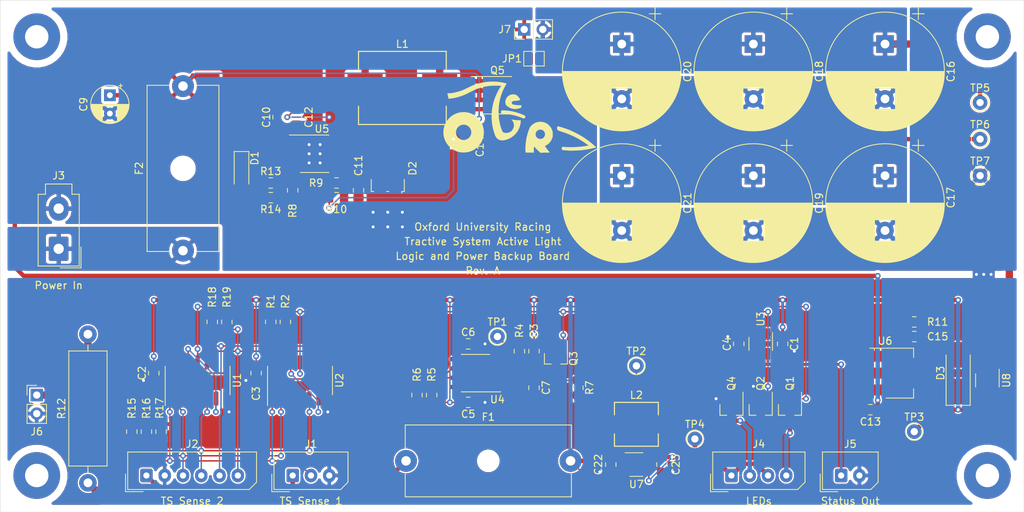
<source format=kicad_pcb>
(kicad_pcb (version 20171130) (host pcbnew 5.1.9)
  (layers (0 F.Cu signal) (31 B.Cu signal) (34 B.Paste user) (35 F.Paste user) (36 B.SilkS user) (37 F.SilkS user) (38 B.Mask user) (39 F.Mask user) (44 Edge.Cuts user))
  (net 0 "")
  (net 1 GND)
  (net 2 VCC)
  (net 3 /TS_Inact_Out)
  (net 4 "Net-(C6-Pad1)")
  (net 5 "Net-(C7-Pad1)")
  (net 6 /Power/VIN_F)
  (net 7 "Net-(C11-Pad1)")
  (net 8 "Net-(C12-Pad2)")
  (net 9 "Net-(C12-Pad1)")
  (net 10 /Power/Vcap)
  (net 11 "Net-(C15-Pad1)")
  (net 12 "Net-(C16-Pad2)")
  (net 13 +2V5)
  (net 14 /VCC_F)
  (net 15 VIN)
  (net 16 /Sense_1)
  (net 17 /AUX_3)
  (net 18 /AUX_2)
  (net 19 /AUX_1)
  (net 20 /Sense_2)
  (net 21 /GLED-)
  (net 22 /RLED-)
  (net 23 "Net-(J6-Pad1)")
  (net 24 "Net-(L2-Pad1)")
  (net 25 "Net-(Q1-Pad2)")
  (net 26 "Net-(Q1-Pad1)")
  (net 27 "Net-(Q2-Pad1)")
  (net 28 "Net-(Q3-Pad3)")
  (net 29 "Net-(Q4-Pad1)")
  (net 30 "Net-(R4-Pad1)")
  (net 31 "Net-(R5-Pad2)")
  (net 32 "Net-(R8-Pad1)")
  (net 33 "Net-(U1-Pad13)")
  (net 34 "Net-(U1-Pad12)")
  (net 35 "Net-(U1-Pad3)")
  (net 36 "Net-(U2-Pad13)")
  (net 37 "Net-(U2-Pad12)")
  (net 38 "Net-(U2-Pad3)")
  (net 39 "Net-(C14-Pad1)")
  (net 40 "Net-(R13-Pad2)")
  (net 41 "Net-(J7-Pad1)")
  (net 42 "Net-(R10-Pad2)")
  (module TestPoint:TestPoint_THTPad_D2.0mm_Drill1.0mm (layer F.Cu) (at 214 84)
    (fp_text reference TP7 (at 0 -1.998) (layer F.SilkS))
    (fp_text value TP_GND hide)
    (pad 1 thru_hole circle (at 0 0) (size 2 2) (drill 1) (layers *.Cu *.Mask) (net 1 GND))
  )
  (module TestPoint:TestPoint_THTPad_D2.0mm_Drill1.0mm (layer F.Cu) (at 214 79)
    (fp_text reference TP6 (at 0 -1.998) (layer F.SilkS))
    (fp_text value TP_Vmid hide)
    (pad 1 thru_hole circle (at 0 0) (size 2 2) (drill 1) (layers *.Cu *.Mask) (net 12 "Net-(C16-Pad2)"))
  )
  (module TestPoint:TestPoint_THTPad_D2.0mm_Drill1.0mm (layer F.Cu) (at 214 74)
    (fp_text reference TP5 (at 0 -1.998) (layer F.SilkS))
    (fp_text value TP_Vcap hide)
    (pad 1 thru_hole circle (at 0 0) (size 2 2) (drill 1) (layers *.Cu *.Mask) (net 10 /Power/Vcap))
  )
  (module TestPoint:TestPoint_THTPad_D2.0mm_Drill1.0mm (layer F.Cu) (at 175 120)
    (fp_text reference TP4 (at 0 -1.998) (layer F.SilkS))
    (fp_text value TP_2V5 hide)
    (pad 1 thru_hole circle (at 0 0) (size 2 2) (drill 1) (layers *.Cu *.Mask) (net 13 +2V5))
  )
  (module TestPoint:TestPoint_THTPad_D2.0mm_Drill1.0mm (layer F.Cu) (at 205 119)
    (fp_text reference TP3 (at 0 -1.998) (layer F.SilkS))
    (fp_text value TP_VCC hide)
    (pad 1 thru_hole circle (at 0 0) (size 2 2) (drill 1) (layers *.Cu *.Mask) (net 2 VCC))
  )
  (module TestPoint:TestPoint_THTPad_D2.0mm_Drill1.0mm (layer F.Cu) (at 167 110)
    (fp_text reference TP2 (at 0 -1.998) (layer F.SilkS))
    (fp_text value TP_RLED_Ctrl hide)
    (pad 1 thru_hole circle (at 0 0) (size 2 2) (drill 1) (layers *.Cu *.Mask) (net 29 "Net-(Q4-Pad1)"))
  )
  (module TestPoint:TestPoint_THTPad_D2.0mm_Drill1.0mm (layer F.Cu) (at 148 106)
    (fp_text reference TP1 (at 0 -1.998) (layer F.SilkS))
    (fp_text value TP_Timer_En hide)
    (pad 1 thru_hole circle (at 0 0) (size 2 2) (drill 1) (layers *.Cu *.Mask) (net 30 "Net-(R4-Pad1)"))
  )
  (module Package_SO:SOIC-8_3.9x4.9mm_P1.27mm (layer F.Cu) (at 148 73)
    (fp_text reference Q5 (at 0 -3.4) (layer F.SilkS))
    (fp_text value IRF8721)
    (pad 8 smd roundrect (at 2.475 -1.905) (size 1.95 0.6) (layers F.Cu F.Paste F.Mask) (net 41 "Net-(J7-Pad1)"))
    (pad 7 smd roundrect (at 2.475 -0.635) (size 1.95 0.6) (layers F.Cu F.Paste F.Mask) (net 41 "Net-(J7-Pad1)"))
    (pad 6 smd roundrect (at 2.475 0.635) (size 1.95 0.6) (layers F.Cu F.Paste F.Mask) (net 41 "Net-(J7-Pad1)"))
    (pad 5 smd roundrect (at 2.475 1.905) (size 1.95 0.6) (layers F.Cu F.Paste F.Mask) (net 41 "Net-(J7-Pad1)"))
    (pad 4 smd roundrect (at -2.475 1.905) (size 1.95 0.6) (layers F.Cu F.Paste F.Mask) (net 6 /Power/VIN_F))
    (pad 3 smd roundrect (at -2.475 0.635) (size 1.95 0.6) (layers F.Cu F.Paste F.Mask) (net 39 "Net-(C14-Pad1)"))
    (pad 2 smd roundrect (at -2.475 -0.635) (size 1.95 0.6) (layers F.Cu F.Paste F.Mask) (net 39 "Net-(C14-Pad1)"))
    (pad 1 smd roundrect (at -2.475 -1.905) (size 1.95 0.6) (layers F.Cu F.Paste F.Mask) (net 39 "Net-(C14-Pad1)"))
  )
  (module Package_SO:SOIC-8-1EP_3.9x4.9mm_P1.27mm_EP2.41x3.3mm (layer F.Cu) (at 123 81)
    (fp_text reference U5 (at 1 -3.4) (layer F.SilkS))
    (fp_text value LMR14030)
    (pad 8 smd roundrect (at 2.475 -1.905) (size 1.95 0.6) (layers F.Cu F.Paste F.Mask) (net 8 "Net-(C12-Pad2)"))
    (pad 7 smd roundrect (at 2.475 -0.635) (size 1.95 0.6) (layers F.Cu F.Paste F.Mask) (net 1 GND))
    (pad 6 smd roundrect (at 2.475 0.635) (size 1.95 0.6) (layers F.Cu F.Paste F.Mask) (net 7 "Net-(C11-Pad1)"))
    (pad 5 smd roundrect (at 2.475 1.905) (size 1.95 0.6) (layers F.Cu F.Paste F.Mask) (net 42 "Net-(R10-Pad2)"))
    (pad 4 smd roundrect (at -2.475 1.905) (size 1.95 0.6) (layers F.Cu F.Paste F.Mask) (net 32 "Net-(R8-Pad1)"))
    (pad 3 smd roundrect (at -2.475 0.635) (size 1.95 0.6) (layers F.Cu F.Paste F.Mask) (net 40 "Net-(R13-Pad2)"))
    (pad 2 smd roundrect (at -2.475 -0.635) (size 1.95 0.6) (layers F.Cu F.Paste F.Mask) (net 6 /Power/VIN_F))
    (pad 1 smd roundrect (at -2.475 -1.905) (size 1.95 0.6) (layers F.Cu F.Paste F.Mask) (net 9 "Net-(C12-Pad1)"))
    (pad 9 smd roundrect (at 0 0) (size 2.41 3.3) (layers F.Cu F.Mask) (roundrect_rratio 0.104) (net 1 GND))
  )
  (module Package_TO_SOT_SMD:SOT-23-5_HandSoldering (layer F.Cu) (at 215 112 270)
    (fp_text reference U8 (at 0 -2.6 90) (layer F.SilkS))
    (fp_text value MAX40200AUK)
    (pad 5 smd rect (at 1.35 -0.95 270) (size 1.56 0.65) (layers F.Cu F.Paste F.Mask) (net 2 VCC))
    (pad 4 smd rect (at 1.35 0.95 270) (size 1.56 0.65) (layers F.Cu F.Paste F.Mask))
    (pad 3 smd rect (at -1.35 0.95 270) (size 1.56 0.65) (layers F.Cu F.Paste F.Mask) (net 10 /Power/Vcap))
    (pad 2 smd rect (at -1.35 0 270) (size 1.56 0.65) (layers F.Cu F.Paste F.Mask) (net 1 GND))
    (pad 1 smd rect (at -1.35 -0.95 270) (size 1.56 0.65) (layers F.Cu F.Paste F.Mask) (net 10 /Power/Vcap))
  )
  (module Diode_SMD:D_SMA_Handsoldering (layer F.Cu) (at 211 111 90)
    (fp_text reference D3 (at 0 -2.4 90) (layer F.SilkS))
    (fp_text value S1A)
    (pad 2 smd rect (at 2.5 0 90) (size 3.5 1.8) (layers F.Cu F.Paste F.Mask) (net 11 "Net-(C15-Pad1)"))
    (pad 1 smd rect (at -2.5 0 90) (size 3.5 1.8) (layers F.Cu F.Paste F.Mask) (net 2 VCC))
  )
  (module project:104CDMCCDS (layer F.Cu) (at 135 72)
    (fp_text reference L1 (at 0 -6) (layer F.SilkS))
    (fp_text value 15u)
    (pad 1 smd rect (at -5.1 0) (size 4.8 4.2) (layers F.Cu F.Paste F.Mask) (net 8 "Net-(C12-Pad2)"))
    (pad 2 smd rect (at 5.1 0) (size 4.8 4.2) (layers F.Cu F.Paste F.Mask) (net 39 "Net-(C14-Pad1)"))
  )
  (module project:CDRH62B (layer F.Cu) (at 167 118)
    (fp_text reference L2 (at 0 -4) (layer F.SilkS))
    (fp_text value 10u)
    (pad 2 smd rect (at 3.25 0) (size 2.5 2) (layers F.Cu F.Paste F.Mask) (net 13 +2V5))
    (pad 1 smd rect (at -3.25 0) (size 2.5 2) (layers F.Cu F.Paste F.Mask) (net 24 "Net-(L2-Pad1)"))
  )
  (module Resistor_SMD:R_0805_2012Metric_Pad1.15x1.40mm_HandSolder (layer F.Cu) (at 117 87)
    (fp_text reference R14 (at 0 1.6) (layer F.SilkS))
    (fp_text value 100k)
    (pad 2 smd roundrect (at 1.025 0) (size 1.15 1.4) (layers F.Cu F.Paste F.Mask) (roundrect_rratio 0.217) (net 1 GND))
    (pad 1 smd roundrect (at -1.025 0) (size 1.15 1.4) (layers F.Cu F.Paste F.Mask) (roundrect_rratio 0.217391) (net 40 "Net-(R13-Pad2)"))
  )
  (module Resistor_SMD:R_0805_2012Metric_Pad1.15x1.40mm_HandSolder (layer F.Cu) (at 117 85)
    (fp_text reference R13 (at 0 -1.6) (layer F.SilkS))
    (fp_text value 820k)
    (pad 2 smd roundrect (at 1.025 0) (size 1.15 1.4) (layers F.Cu F.Paste F.Mask) (roundrect_rratio 0.217391) (net 40 "Net-(R13-Pad2)"))
    (pad 1 smd roundrect (at -1.025 0) (size 1.15 1.4) (layers F.Cu F.Paste F.Mask) (roundrect_rratio 0.217391) (net 6 /Power/VIN_F))
  )
  (module project:D_SOD-123_HandSolder (layer F.Cu) (at 113 83.5 270)
    (fp_text reference D1 (at -1.9 -1.8 90) (layer F.SilkS))
    (fp_text value SMF4L15A)
    (pad 1 smd rect (at -1.9 0 270) (size 1.4 1.2) (layers F.Cu F.Paste F.Mask) (net 6 /Power/VIN_F))
    (pad 2 smd rect (at 1.9 0 270) (size 1.4 1.2) (layers F.Cu F.Paste F.Mask) (net 1 GND))
  )
  (module project:OUR-Logo (layer F.Cu) (at 151 76)
    (fp_text reference G*** hide)
    (fp_text value LOGO hide)
  )
  (module Capacitor_SMD:C_0805_2012Metric_Pad1.15x1.40mm_HandSolder (layer F.Cu) (at 153 113 270)
    (fp_text reference C7 (at 0 -1.65 90) (layer F.SilkS))
    (fp_text value 2.2u)
    (pad 2 smd roundrect (at 1.025 0 270) (size 1.15 1.4) (layers F.Cu F.Paste F.Mask) (roundrect_rratio 0.217391) (net 1 GND))
    (pad 1 smd roundrect (at -1.025 0 270) (size 1.15 1.4) (layers F.Cu F.Paste F.Mask) (roundrect_rratio 0.217391) (net 5 "Net-(C7-Pad1)"))
  )
  (module Capacitor_THT:CP_Radial_D5.0mm_P2.50mm (layer F.Cu) (at 95 73 270)
    (fp_text reference C9 (at 1.25 3.6 90) (layer F.SilkS))
    (fp_text value 100u)
    (pad 2 thru_hole circle (at 2.5 0 270) (size 1.6 1.6) (drill 0.8) (layers *.Cu *.Mask) (net 1 GND))
    (pad 1 thru_hole rect (at 0 0 270) (size 1.6 1.6) (drill 0.8) (layers *.Cu *.Mask) (net 6 /Power/VIN_F))
  )
  (module Resistor_SMD:R_0805_2012Metric_Pad1.15x1.40mm_HandSolder (layer F.Cu) (at 111 104 90)
    (fp_text reference R19 (at 3.4 0 90) (layer F.SilkS))
    (fp_text value 100k)
    (pad 2 smd roundrect (at 1.025 0 90) (size 1.15 1.4) (layers F.Cu F.Paste F.Mask) (roundrect_rratio 0.217391) (net 1 GND))
    (pad 1 smd roundrect (at -1.025 0 90) (size 1.15 1.4) (layers F.Cu F.Paste F.Mask) (roundrect_rratio 0.217391) (net 17 /AUX_3))
  )
  (module Resistor_SMD:R_0805_2012Metric_Pad1.15x1.40mm_HandSolder (layer F.Cu) (at 109 104 90)
    (fp_text reference R18 (at 3.4 0 90) (layer F.SilkS))
    (fp_text value 100k)
    (pad 2 smd roundrect (at 1.025 0 90) (size 1.15 1.4) (layers F.Cu F.Paste F.Mask) (roundrect_rratio 0.217391) (net 1 GND))
    (pad 1 smd roundrect (at -1.025 0 90) (size 1.15 1.4) (layers F.Cu F.Paste F.Mask) (roundrect_rratio 0.217391) (net 18 /AUX_2))
  )
  (module Resistor_SMD:R_0805_2012Metric_Pad1.15x1.40mm_HandSolder (layer F.Cu) (at 102 119 90)
    (fp_text reference R17 (at 3.2 -0.2 90) (layer F.SilkS))
    (fp_text value 100k)
    (pad 2 smd roundrect (at 1.025 0 90) (size 1.15 1.4) (layers F.Cu F.Paste F.Mask) (roundrect_rratio 0.217391) (net 1 GND))
    (pad 1 smd roundrect (at -1.025 0 90) (size 1.15 1.4) (layers F.Cu F.Paste F.Mask) (roundrect_rratio 0.217391) (net 19 /AUX_1))
  )
  (module Resistor_SMD:R_0805_2012Metric_Pad1.15x1.40mm_HandSolder (layer F.Cu) (at 100 119 90)
    (fp_text reference R16 (at 3.2 0 90) (layer F.SilkS))
    (fp_text value 100k)
    (pad 2 smd roundrect (at 1.025 0 90) (size 1.15 1.4) (layers F.Cu F.Paste F.Mask) (roundrect_rratio 0.217391) (net 1 GND))
    (pad 1 smd roundrect (at -1.025 0 90) (size 1.15 1.4) (layers F.Cu F.Paste F.Mask) (roundrect_rratio 0.217391) (net 20 /Sense_2))
  )
  (module Resistor_SMD:R_0805_2012Metric_Pad1.15x1.40mm_HandSolder (layer F.Cu) (at 98 119 90)
    (fp_text reference R15 (at 3.2 0 90) (layer F.SilkS))
    (fp_text value 100k)
    (pad 2 smd roundrect (at 1.025 0 90) (size 1.15 1.4) (layers F.Cu F.Paste F.Mask) (roundrect_rratio 0.217391) (net 1 GND))
    (pad 1 smd roundrect (at -1.025 0 90) (size 1.15 1.4) (layers F.Cu F.Paste F.Mask) (roundrect_rratio 0.217391) (net 16 /Sense_1))
  )
  (module Package_SO:SOIC-14_3.9x8.7mm_P1.27mm (layer F.Cu) (at 121 112 90)
    (fp_text reference U2 (at 0 5.4 90) (layer F.SilkS))
    (fp_text value 74HC08)
    (pad 14 smd roundrect (at 2.475 -3.81 90) (size 1.95 0.6) (layers F.Cu F.Paste F.Mask) (net 2 VCC))
    (pad 13 smd roundrect (at 2.475 -2.54 90) (size 1.95 0.6) (layers F.Cu F.Paste F.Mask) (net 36 "Net-(U2-Pad13)"))
    (pad 12 smd roundrect (at 2.475 -1.27 90) (size 1.95 0.6) (layers F.Cu F.Paste F.Mask) (net 37 "Net-(U2-Pad12)"))
    (pad 11 smd roundrect (at 2.475 0 90) (size 1.95 0.6) (layers F.Cu F.Paste F.Mask) (net 27 "Net-(Q2-Pad1)"))
    (pad 10 smd roundrect (at 2.475 1.27 90) (size 1.95 0.6) (layers F.Cu F.Paste F.Mask) (net 17 /AUX_3))
    (pad 9 smd roundrect (at 2.475 2.54 90) (size 1.95 0.6) (layers F.Cu F.Paste F.Mask) (net 18 /AUX_2))
    (pad 8 smd roundrect (at 2.475 3.81 90) (size 1.95 0.6) (layers F.Cu F.Paste F.Mask) (net 36 "Net-(U2-Pad13)"))
    (pad 7 smd roundrect (at -2.475 3.81 90) (size 1.95 0.6) (layers F.Cu F.Paste F.Mask) (net 1 GND))
    (pad 6 smd roundrect (at -2.475 2.54 90) (size 1.95 0.6) (layers F.Cu F.Paste F.Mask) (net 37 "Net-(U2-Pad12)"))
    (pad 5 smd roundrect (at -2.475 1.27 90) (size 1.95 0.6) (layers F.Cu F.Paste F.Mask) (net 19 /AUX_1))
    (pad 4 smd roundrect (at -2.475 0 90) (size 1.95 0.6) (layers F.Cu F.Paste F.Mask) (net 38 "Net-(U2-Pad3)"))
    (pad 3 smd roundrect (at -2.475 -1.27 90) (size 1.95 0.6) (layers F.Cu F.Paste F.Mask) (net 38 "Net-(U2-Pad3)"))
    (pad 2 smd roundrect (at -2.475 -2.54 90) (size 1.95 0.6) (layers F.Cu F.Paste F.Mask) (net 20 /Sense_2))
    (pad 1 smd roundrect (at -2.475 -3.81 90) (size 1.95 0.6) (layers F.Cu F.Paste F.Mask) (net 16 /Sense_1))
  )
  (module Package_SO:SOIC-14_3.9x8.7mm_P1.27mm (layer F.Cu) (at 107 112 90)
    (fp_text reference U1 (at 0 5.4 90) (layer F.SilkS))
    (fp_text value 74HC08)
    (pad 14 smd roundrect (at 2.475 -3.81 90) (size 1.95 0.6) (layers F.Cu F.Paste F.Mask) (net 2 VCC))
    (pad 13 smd roundrect (at 2.475 -2.54 90) (size 1.95 0.6) (layers F.Cu F.Paste F.Mask) (net 33 "Net-(U1-Pad13)"))
    (pad 12 smd roundrect (at 2.475 -1.27 90) (size 1.95 0.6) (layers F.Cu F.Paste F.Mask) (net 34 "Net-(U1-Pad12)"))
    (pad 11 smd roundrect (at 2.475 0 90) (size 1.95 0.6) (layers F.Cu F.Paste F.Mask) (net 26 "Net-(Q1-Pad1)"))
    (pad 10 smd roundrect (at 2.475 1.27 90) (size 1.95 0.6) (layers F.Cu F.Paste F.Mask) (net 18 /AUX_2))
    (pad 9 smd roundrect (at 2.475 2.54 90) (size 1.95 0.6) (layers F.Cu F.Paste F.Mask) (net 17 /AUX_3))
    (pad 8 smd roundrect (at 2.475 3.81 90) (size 1.95 0.6) (layers F.Cu F.Paste F.Mask) (net 33 "Net-(U1-Pad13)"))
    (pad 7 smd roundrect (at -2.475 3.81 90) (size 1.95 0.6) (layers F.Cu F.Paste F.Mask) (net 1 GND))
    (pad 6 smd roundrect (at -2.475 2.54 90) (size 1.95 0.6) (layers F.Cu F.Paste F.Mask) (net 34 "Net-(U1-Pad12)"))
    (pad 5 smd roundrect (at -2.475 1.27 90) (size 1.95 0.6) (layers F.Cu F.Paste F.Mask) (net 19 /AUX_1))
    (pad 4 smd roundrect (at -2.475 0 90) (size 1.95 0.6) (layers F.Cu F.Paste F.Mask) (net 35 "Net-(U1-Pad3)"))
    (pad 3 smd roundrect (at -2.475 -1.27 90) (size 1.95 0.6) (layers F.Cu F.Paste F.Mask) (net 35 "Net-(U1-Pad3)"))
    (pad 2 smd roundrect (at -2.475 -2.54 90) (size 1.95 0.6) (layers F.Cu F.Paste F.Mask) (net 20 /Sense_2))
    (pad 1 smd roundrect (at -2.475 -3.81 90) (size 1.95 0.6) (layers F.Cu F.Paste F.Mask) (net 16 /Sense_1))
  )
  (module Connector_Molex:Molex_SPOX_5267-06A_1x06_P2.50mm_Vertical (layer F.Cu) (at 100 125)
    (fp_text reference J2 (at 6.25 -4.3) (layer F.SilkS))
    (fp_text value Mini-SPOX)
    (pad 6 thru_hole oval (at 12.5 0) (size 1.7 1.85) (drill 0.85) (layers *.Cu *.Mask) (net 17 /AUX_3))
    (pad 5 thru_hole oval (at 10 0) (size 1.7 1.85) (drill 0.85) (layers *.Cu *.Mask) (net 18 /AUX_2))
    (pad 4 thru_hole oval (at 7.5 0) (size 1.7 1.85) (drill 0.85) (layers *.Cu *.Mask) (net 19 /AUX_1))
    (pad 3 thru_hole oval (at 5 0) (size 1.7 1.85) (drill 0.85) (layers *.Cu *.Mask) (net 20 /Sense_2))
    (pad 2 thru_hole oval (at 2.5 0) (size 1.7 1.85) (drill 0.85) (layers *.Cu *.Mask) (net 1 GND))
    (pad 1 thru_hole roundrect (at 0 0) (size 1.7 1.85) (drill 0.85) (layers *.Cu *.Mask) (roundrect_rratio 0.147059) (net 14 /VCC_F))
  )
  (module Capacitor_SMD:C_0805_2012Metric_Pad1.15x1.40mm_HandSolder (layer F.Cu) (at 205 106 180)
    (fp_text reference C15 (at -3.2 0) (layer F.SilkS))
    (fp_text value 10u)
    (pad 2 smd roundrect (at 1.025 0 180) (size 1.15 1.4) (layers F.Cu F.Paste F.Mask) (roundrect_rratio 0.217391) (net 1 GND))
    (pad 1 smd roundrect (at -1.025 0 180) (size 1.15 1.4) (layers F.Cu F.Paste F.Mask) (roundrect_rratio 0.217391) (net 11 "Net-(C15-Pad1)"))
  )
  (module Resistor_THT:R_Axial_DIN0516_L15.5mm_D5.0mm_P20.32mm_Horizontal (layer F.Cu) (at 92 126 90)
    (fp_text reference R12 (at 10.16 -3.62 90) (layer F.SilkS))
    (fp_text value 4.7)
    (pad 2 thru_hole oval (at 20.32 0 90) (size 2.4 2.4) (drill 1.2) (layers *.Cu *.Mask) (net 23 "Net-(J6-Pad1)"))
    (pad 1 thru_hole circle (at 0 0 90) (size 2.4 2.4) (drill 1.2) (layers *.Cu *.Mask) (net 10 /Power/Vcap))
  )
  (module Connector_Molex:Molex_Mini-Fit_Jr_5566-02A_2x01_P4.20mm_Vertical (layer F.Cu) (at 88 94 180)
    (fp_text reference J3 (at 0 10) (layer F.SilkS))
    (fp_text value Mini-Fit_Jr)
    (pad 2 thru_hole oval (at 0 5.5 180) (size 2.7 3.3) (drill 1.4) (layers *.Cu *.Mask) (net 1 GND))
    (pad 1 thru_hole roundrect (at 0 0 180) (size 2.7 3.3) (drill 1.4) (layers *.Cu *.Mask) (roundrect_rratio 0.09259299999999999) (net 15 VIN))
  )
  (module Fuse:Fuseholder_Cylinder-5x20mm_Schurter_0031_8201_Horizontal_Open (layer F.Cu) (at 135.5 123)
    (fp_text reference F1 (at 11.25 -6) (layer F.SilkS))
    (fp_text value 1A)
    (pad 1 thru_hole circle (at 0 0) (size 3 3) (drill 1.3) (layers *.Cu *.Mask) (net 14 /VCC_F))
    (pad 2 thru_hole circle (at 22.5 0) (size 3 3) (drill 1.3) (layers *.Cu *.Mask) (net 2 VCC))
    (pad "" np_thru_hole circle (at 11.25 0) (size 2.7 2.7) (drill 2.7) (layers *.Cu *.Mask))
  )
  (module MountingHole:MountingHole_3.2mm_M3_Pad (layer F.Cu) (at 215 125)
    (fp_text reference H4 hide)
    (fp_text value MountingHole hide)
    (pad 1 thru_hole circle (at 0 0) (size 6.4 6.4) (drill 3.2) (layers *.Cu *.Mask) (clearance 1))
  )
  (module MountingHole:MountingHole_3.2mm_M3_Pad (layer F.Cu) (at 85 125)
    (fp_text reference H3 hide)
    (fp_text value MountingHole hide)
    (pad 1 thru_hole circle (at 0 0) (size 6.4 6.4) (drill 3.2) (layers *.Cu *.Mask))
  )
  (module MountingHole:MountingHole_3.2mm_M3_Pad (layer F.Cu) (at 215 65)
    (fp_text reference H2 hide)
    (fp_text value MountingHole hide)
    (pad 1 thru_hole circle (at 0 0) (size 6.4 6.4) (drill 3.2) (layers *.Cu *.Mask) (clearance 1))
  )
  (module MountingHole:MountingHole_3.2mm_M3_Pad (layer F.Cu) (at 85 65)
    (fp_text reference H1 hide)
    (fp_text value MountingHole hide)
    (pad 1 thru_hole circle (at 0 0) (size 6.4 6.4) (drill 3.2) (layers *.Cu *.Mask) (clearance 1))
  )
  (module Package_TO_SOT_SMD:SOT-23_Handsoldering (layer F.Cu) (at 180 116 270)
    (fp_text reference Q4 (at -3.6 0 90) (layer F.SilkS))
    (fp_text value IRLML2502)
    (pad 3 smd rect (at 1.5 0 270) (size 1.9 0.8) (layers F.Cu F.Paste F.Mask) (net 22 /RLED-))
    (pad 2 smd rect (at -1.5 0.95 270) (size 1.9 0.8) (layers F.Cu F.Paste F.Mask) (net 1 GND))
    (pad 1 smd rect (at -1.5 -0.95 270) (size 1.9 0.8) (layers F.Cu F.Paste F.Mask) (net 29 "Net-(Q4-Pad1)"))
  )
  (module Package_TO_SOT_SMD:SOT-23_Handsoldering (layer F.Cu) (at 156 109 270)
    (fp_text reference Q3 (at 0 -2.4 90) (layer F.SilkS))
    (fp_text value IRLML2502)
    (pad 3 smd rect (at 1.5 0 270) (size 1.9 0.8) (layers F.Cu F.Paste F.Mask) (net 28 "Net-(Q3-Pad3)"))
    (pad 2 smd rect (at -1.5 0.95 270) (size 1.9 0.8) (layers F.Cu F.Paste F.Mask) (net 1 GND))
    (pad 1 smd rect (at -1.5 -0.95 270) (size 1.9 0.8) (layers F.Cu F.Paste F.Mask) (net 27 "Net-(Q2-Pad1)"))
  )
  (module Package_TO_SOT_SMD:SOT-23_Handsoldering (layer F.Cu) (at 184 116 270)
    (fp_text reference Q2 (at -3.6 0 90) (layer F.SilkS))
    (fp_text value IRLML2502)
    (pad 3 smd rect (at 1.5 0 270) (size 1.9 0.8) (layers F.Cu F.Paste F.Mask) (net 25 "Net-(Q1-Pad2)"))
    (pad 2 smd rect (at -1.5 0.95 270) (size 1.9 0.8) (layers F.Cu F.Paste F.Mask) (net 1 GND))
    (pad 1 smd rect (at -1.5 -0.95 270) (size 1.9 0.8) (layers F.Cu F.Paste F.Mask) (net 27 "Net-(Q2-Pad1)"))
  )
  (module Package_TO_SOT_SMD:SOT-23_Handsoldering (layer F.Cu) (at 188 116 270)
    (fp_text reference Q1 (at -3.6 0 90) (layer F.SilkS))
    (fp_text value IRLML2502)
    (pad 3 smd rect (at 1.5 0 270) (size 1.9 0.8) (layers F.Cu F.Paste F.Mask) (net 21 /GLED-))
    (pad 2 smd rect (at -1.5 0.95 270) (size 1.9 0.8) (layers F.Cu F.Paste F.Mask) (net 25 "Net-(Q1-Pad2)"))
    (pad 1 smd rect (at -1.5 -0.95 270) (size 1.9 0.8) (layers F.Cu F.Paste F.Mask) (net 26 "Net-(Q1-Pad1)"))
  )
  (module Package_TO_SOT_SMD:SOT-23-5_HandSoldering (layer F.Cu) (at 184 107 270)
    (fp_text reference U3 (at -3.4 0 90) (layer F.SilkS))
    (fp_text value TLV70033)
    (pad 1 smd rect (at -1.35 -0.95 270) (size 1.56 0.65) (layers F.Cu F.Paste F.Mask) (net 2 VCC))
    (pad 2 smd rect (at -1.35 0 270) (size 1.56 0.65) (layers F.Cu F.Paste F.Mask) (net 1 GND))
    (pad 3 smd rect (at -1.35 0.95 270) (size 1.56 0.65) (layers F.Cu F.Paste F.Mask) (net 27 "Net-(Q2-Pad1)"))
    (pad 4 smd rect (at 1.35 0.95 270) (size 1.56 0.65) (layers F.Cu F.Paste F.Mask))
    (pad 5 smd rect (at 1.35 -0.95 270) (size 1.56 0.65) (layers F.Cu F.Paste F.Mask) (net 3 /TS_Inact_Out))
  )
  (module Package_TO_SOT_SMD:SOT-23-5_HandSoldering (layer F.Cu) (at 167 123.5)
    (fp_text reference U7 (at 0 2.7) (layer F.SilkS))
    (fp_text value TPS62205)
    (pad 1 smd rect (at -1.35 -0.95) (size 1.56 0.65) (layers F.Cu F.Paste F.Mask) (net 2 VCC))
    (pad 2 smd rect (at -1.35 0) (size 1.56 0.65) (layers F.Cu F.Paste F.Mask) (net 1 GND))
    (pad 3 smd rect (at -1.35 0.95) (size 1.56 0.65) (layers F.Cu F.Paste F.Mask) (net 2 VCC))
    (pad 4 smd rect (at 1.35 0.95) (size 1.56 0.65) (layers F.Cu F.Paste F.Mask) (net 13 +2V5))
    (pad 5 smd rect (at 1.35 -0.95) (size 1.56 0.65) (layers F.Cu F.Paste F.Mask) (net 24 "Net-(L2-Pad1)"))
  )
  (module Jumper:SolderJumper-2_P1.3mm_Open_Pad1.0x1.5mm (layer F.Cu) (at 153 68)
    (fp_text reference JP1 (at -3 0) (layer F.SilkS))
    (fp_text value Jumper hide)
    (pad 1 smd rect (at -0.65 0) (size 1 1.5) (layers F.Cu F.Mask) (net 41 "Net-(J7-Pad1)"))
    (pad 2 smd rect (at 0.65 0) (size 1 1.5) (layers F.Cu F.Mask) (net 10 /Power/Vcap))
  )
  (module Resistor_SMD:R_0805_2012Metric_Pad1.15x1.40mm_HandSolder (layer F.Cu) (at 126 85 180)
    (fp_text reference R9 (at 2.8 0 180) (layer F.SilkS))
    (fp_text value 22k)
    (pad 1 smd roundrect (at -1.025 0 180) (size 1.15 1.4) (layers F.Cu F.Paste F.Mask) (roundrect_rratio 0.217391) (net 42 "Net-(R10-Pad2)"))
    (pad 2 smd roundrect (at 1.025 0 180) (size 1.15 1.4) (layers F.Cu F.Paste F.Mask) (roundrect_rratio 0.217) (net 1 GND))
  )
  (module project:TO-277A_HandSolder (layer F.Cu) (at 133 83 180)
    (fp_text reference D2 (at -3.4 0 270) (layer F.SilkS))
    (fp_text value FSV1045V)
    (pad 2 smd rect (at 1.04 -3.33 180) (size 1.6 2.4) (layers F.Cu F.Paste F.Mask) (net 1 GND))
    (pad 3 smd rect (at 0 1.68 180) (size 4.8 6) (layers F.Cu F.Mask) (net 8 "Net-(C12-Pad2)"))
    (pad 1 smd rect (at -1.04 -3.33 180) (size 1.6 2.4) (layers F.Cu F.Paste F.Mask) (net 1 GND))
  )
  (module Connector_PinHeader_2.54mm:PinHeader_1x02_P2.54mm_Vertical (layer F.Cu) (at 151.66 64 90)
    (fp_text reference J7 (at 0 -2.66 180) (layer F.SilkS))
    (fp_text value Jumper)
    (pad 2 thru_hole oval (at 0 2.54 90) (size 1.7 1.7) (drill 1) (layers *.Cu *.Mask) (net 10 /Power/Vcap))
    (pad 1 thru_hole rect (at 0 0 90) (size 1.7 1.7) (drill 1) (layers *.Cu *.Mask) (net 41 "Net-(J7-Pad1)"))
  )
  (module Capacitor_THT:CP_Radial_D16.0mm_P7.50mm (layer F.Cu) (at 165 84 270)
    (fp_text reference C21 (at 3.75 -9 90) (layer F.SilkS))
    (fp_text value DNP)
    (pad 2 thru_hole circle (at 7.5 0 270) (size 2.4 2.4) (drill 1.2) (layers *.Cu *.Mask) (net 1 GND))
    (pad 1 thru_hole rect (at 0 0 270) (size 2.4 2.4) (drill 1.2) (layers *.Cu *.Mask) (net 12 "Net-(C16-Pad2)"))
  )
  (module Capacitor_THT:CP_Radial_D16.0mm_P7.50mm (layer F.Cu) (at 165 66 270)
    (fp_text reference C20 (at 3.75 -9 90) (layer F.SilkS))
    (fp_text value DNP)
    (pad 2 thru_hole circle (at 7.5 0 270) (size 2.4 2.4) (drill 1.2) (layers *.Cu *.Mask) (net 12 "Net-(C16-Pad2)"))
    (pad 1 thru_hole rect (at 0 0 270) (size 2.4 2.4) (drill 1.2) (layers *.Cu *.Mask) (net 10 /Power/Vcap))
  )
  (module Capacitor_THT:CP_Radial_D16.0mm_P7.50mm (layer F.Cu) (at 183 84 270)
    (fp_text reference C19 (at 3.75 -9 90) (layer F.SilkS))
    (fp_text value 35)
    (pad 2 thru_hole circle (at 7.5 0 270) (size 2.4 2.4) (drill 1.2) (layers *.Cu *.Mask) (net 1 GND))
    (pad 1 thru_hole rect (at 0 0 270) (size 2.4 2.4) (drill 1.2) (layers *.Cu *.Mask) (net 12 "Net-(C16-Pad2)"))
  )
  (module Capacitor_THT:CP_Radial_D16.0mm_P7.50mm (layer F.Cu) (at 183 66 270)
    (fp_text reference C18 (at 3.75 -9 90) (layer F.SilkS))
    (fp_text value 35)
    (pad 2 thru_hole circle (at 7.5 0 270) (size 2.4 2.4) (drill 1.2) (layers *.Cu *.Mask) (net 12 "Net-(C16-Pad2)"))
    (pad 1 thru_hole rect (at 0 0 270) (size 2.4 2.4) (drill 1.2) (layers *.Cu *.Mask) (net 10 /Power/Vcap))
  )
  (module Capacitor_THT:CP_Radial_D16.0mm_P7.50mm (layer F.Cu) (at 201 84 270)
    (fp_text reference C17 (at 3 -9 90) (layer F.SilkS))
    (fp_text value 35)
    (pad 2 thru_hole circle (at 7.5 0 270) (size 2.4 2.4) (drill 1.2) (layers *.Cu *.Mask) (net 1 GND))
    (pad 1 thru_hole rect (at 0 0 270) (size 2.4 2.4) (drill 1.2) (layers *.Cu *.Mask) (net 12 "Net-(C16-Pad2)"))
  )
  (module Capacitor_THT:CP_Radial_D16.0mm_P7.50mm (layer F.Cu) (at 201 66 270)
    (fp_text reference C16 (at 3.75 -9 90) (layer F.SilkS))
    (fp_text value 35)
    (pad 2 thru_hole circle (at 7.5 0 270) (size 2.4 2.4) (drill 1.2) (layers *.Cu *.Mask) (net 12 "Net-(C16-Pad2)"))
    (pad 1 thru_hole rect (at 0 0 270) (size 2.4 2.4) (drill 1.2) (layers *.Cu *.Mask) (net 10 /Power/Vcap))
  )
  (module Package_TO_SOT_SMD:SOT-223-3_TabPin2 (layer F.Cu) (at 203 111)
    (fp_text reference U6 (at -2 -4.4) (layer F.SilkS))
    (fp_text value ZLDO1117G50)
    (pad 2 smd rect (at 3.15 0) (size 2 3.8) (layers F.Cu F.Paste F.Mask) (net 11 "Net-(C15-Pad1)"))
    (pad 2 smd rect (at -3.15 0) (size 2 1.5) (layers F.Cu F.Paste F.Mask) (net 11 "Net-(C15-Pad1)"))
    (pad 3 smd rect (at -3.15 2.3) (size 2 1.5) (layers F.Cu F.Paste F.Mask) (net 6 /Power/VIN_F))
    (pad 1 smd rect (at -3.15 -2.3) (size 2 1.5) (layers F.Cu F.Paste F.Mask) (net 1 GND))
  )
  (module Package_SO:SOIC-8_3.9x4.9mm_P1.27mm (layer F.Cu) (at 145 111 180)
    (fp_text reference U4 (at -3 -3.6) (layer F.SilkS))
    (fp_text value LMC555)
    (pad 8 smd roundrect (at 2.475 -1.905 180) (size 1.95 0.6) (layers F.Cu F.Paste F.Mask) (net 2 VCC))
    (pad 7 smd roundrect (at 2.475 -0.635 180) (size 1.95 0.6) (layers F.Cu F.Paste F.Mask) (net 31 "Net-(R5-Pad2)"))
    (pad 6 smd roundrect (at 2.475 0.635 180) (size 1.95 0.6) (layers F.Cu F.Paste F.Mask) (net 5 "Net-(C7-Pad1)"))
    (pad 5 smd roundrect (at 2.475 1.905 180) (size 1.95 0.6) (layers F.Cu F.Paste F.Mask) (net 4 "Net-(C6-Pad1)"))
    (pad 4 smd roundrect (at -2.475 1.905 180) (size 1.95 0.6) (layers F.Cu F.Paste F.Mask) (net 30 "Net-(R4-Pad1)"))
    (pad 3 smd roundrect (at -2.475 0.635 180) (size 1.95 0.6) (layers F.Cu F.Paste F.Mask) (net 29 "Net-(Q4-Pad1)"))
    (pad 2 smd roundrect (at -2.475 -0.635 180) (size 1.95 0.6) (layers F.Cu F.Paste F.Mask) (net 5 "Net-(C7-Pad1)"))
    (pad 1 smd roundrect (at -2.475 -1.905 180) (size 1.95 0.6) (layers F.Cu F.Paste F.Mask) (net 1 GND))
  )
  (module Resistor_SMD:R_0805_2012Metric_Pad1.15x1.40mm_HandSolder (layer F.Cu) (at 205 104)
    (fp_text reference R11 (at 3.2 0) (layer F.SilkS))
    (fp_text value 1k)
    (pad 2 smd roundrect (at 1.025 0) (size 1.15 1.4) (layers F.Cu F.Paste F.Mask) (roundrect_rratio 0.217391) (net 1 GND))
    (pad 1 smd roundrect (at -1.025 0) (size 1.15 1.4) (layers F.Cu F.Paste F.Mask) (roundrect_rratio 0.217391) (net 11 "Net-(C15-Pad1)"))
  )
  (module Resistor_SMD:R_0805_2012Metric_Pad1.15x1.40mm_HandSolder (layer F.Cu) (at 126 87)
    (fp_text reference R10 (at 0 1.6) (layer F.SilkS))
    (fp_text value 130k)
    (pad 1 smd roundrect (at -1.025 0) (size 1.15 1.4) (layers F.Cu F.Paste F.Mask) (roundrect_rratio 0.217391) (net 39 "Net-(C14-Pad1)"))
    (pad 2 smd roundrect (at 1.025 0) (size 1.15 1.4) (layers F.Cu F.Paste F.Mask) (roundrect_rratio 0.217391) (net 42 "Net-(R10-Pad2)"))
  )
  (module Resistor_SMD:R_0805_2012Metric_Pad1.15x1.40mm_HandSolder (layer F.Cu) (at 120 86 270)
    (fp_text reference R8 (at 2.8 0 270) (layer F.SilkS))
    (fp_text value 100k)
    (pad 1 smd roundrect (at -1.025 0 270) (size 1.15 1.4) (layers F.Cu F.Paste F.Mask) (roundrect_rratio 0.217391) (net 32 "Net-(R8-Pad1)"))
    (pad 2 smd roundrect (at 1.025 0 270) (size 1.15 1.4) (layers F.Cu F.Paste F.Mask) (roundrect_rratio 0.217) (net 1 GND))
  )
  (module Resistor_SMD:R_0805_2012Metric_Pad1.15x1.40mm_HandSolder (layer F.Cu) (at 159 113 270)
    (fp_text reference R7 (at 0 -1.6 90) (layer F.SilkS))
    (fp_text value 100k)
    (pad 2 smd roundrect (at 1.025 0 270) (size 1.15 1.4) (layers F.Cu F.Paste F.Mask) (roundrect_rratio 0.217391) (net 1 GND))
    (pad 1 smd roundrect (at -1.025 0 270) (size 1.15 1.4) (layers F.Cu F.Paste F.Mask) (roundrect_rratio 0.217391) (net 29 "Net-(Q4-Pad1)"))
  )
  (module Resistor_SMD:R_0805_2012Metric_Pad1.15x1.40mm_HandSolder (layer F.Cu) (at 137 114 270)
    (fp_text reference R6 (at -2.8 0 90) (layer F.SilkS))
    (fp_text value 100k)
    (pad 2 smd roundrect (at 1.025 0 270) (size 1.15 1.4) (layers F.Cu F.Paste F.Mask) (roundrect_rratio 0.217391) (net 5 "Net-(C7-Pad1)"))
    (pad 1 smd roundrect (at -1.025 0 270) (size 1.15 1.4) (layers F.Cu F.Paste F.Mask) (roundrect_rratio 0.217391) (net 31 "Net-(R5-Pad2)"))
  )
  (module Resistor_SMD:R_0805_2012Metric_Pad1.15x1.40mm_HandSolder (layer F.Cu) (at 139 114 90)
    (fp_text reference R5 (at 2.8 0 90) (layer F.SilkS))
    (fp_text value 22k)
    (pad 2 smd roundrect (at 1.025 0 90) (size 1.15 1.4) (layers F.Cu F.Paste F.Mask) (roundrect_rratio 0.217391) (net 31 "Net-(R5-Pad2)"))
    (pad 1 smd roundrect (at -1.025 0 90) (size 1.15 1.4) (layers F.Cu F.Paste F.Mask) (roundrect_rratio 0.217391) (net 2 VCC))
  )
  (module Resistor_SMD:R_0805_2012Metric_Pad1.15x1.40mm_HandSolder (layer F.Cu) (at 151 108 270)
    (fp_text reference R4 (at -2.8 0 90) (layer F.SilkS))
    (fp_text value 1k)
    (pad 1 smd roundrect (at -1.025 0 270) (size 1.15 1.4) (layers F.Cu F.Paste F.Mask) (roundrect_rratio 0.217391) (net 30 "Net-(R4-Pad1)"))
    (pad 2 smd roundrect (at 1.025 0 270) (size 1.15 1.4) (layers F.Cu F.Paste F.Mask) (roundrect_rratio 0.217391) (net 28 "Net-(Q3-Pad3)"))
  )
  (module Resistor_SMD:R_0805_2012Metric_Pad1.15x1.40mm_HandSolder (layer F.Cu) (at 153 108 270)
    (fp_text reference R3 (at -2.8 0 90) (layer F.SilkS))
    (fp_text value 22k)
    (pad 1 smd roundrect (at -1.025 0 270) (size 1.15 1.4) (layers F.Cu F.Paste F.Mask) (roundrect_rratio 0.217391) (net 2 VCC))
    (pad 2 smd roundrect (at 1.025 0 270) (size 1.15 1.4) (layers F.Cu F.Paste F.Mask) (roundrect_rratio 0.217391) (net 28 "Net-(Q3-Pad3)"))
  )
  (module Resistor_SMD:R_0805_2012Metric_Pad1.15x1.40mm_HandSolder (layer F.Cu) (at 119 104 270)
    (fp_text reference R2 (at -2.8 0 90) (layer F.SilkS))
    (fp_text value 100k)
    (pad 2 smd roundrect (at 1.025 0 270) (size 1.15 1.4) (layers F.Cu F.Paste F.Mask) (roundrect_rratio 0.217391) (net 1 GND))
    (pad 1 smd roundrect (at -1.025 0 270) (size 1.15 1.4) (layers F.Cu F.Paste F.Mask) (roundrect_rratio 0.217391) (net 27 "Net-(Q2-Pad1)"))
  )
  (module Resistor_SMD:R_0805_2012Metric_Pad1.15x1.40mm_HandSolder (layer F.Cu) (at 117 104 270)
    (fp_text reference R1 (at -2.8 0 90) (layer F.SilkS))
    (fp_text value 100k)
    (pad 2 smd roundrect (at 1.025 0 270) (size 1.15 1.4) (layers F.Cu F.Paste F.Mask) (roundrect_rratio 0.217391) (net 1 GND))
    (pad 1 smd roundrect (at -1.025 0 270) (size 1.15 1.4) (layers F.Cu F.Paste F.Mask) (roundrect_rratio 0.217391) (net 26 "Net-(Q1-Pad1)"))
  )
  (module Connector_PinHeader_2.54mm:PinHeader_1x02_P2.54mm_Vertical (layer F.Cu) (at 85 114)
    (fp_text reference J6 (at 0 5) (layer F.SilkS))
    (fp_text value Jumper)
    (pad 2 thru_hole oval (at 0 2.54) (size 1.7 1.7) (drill 1) (layers *.Cu *.Mask) (net 1 GND))
    (pad 1 thru_hole rect (at 0 0) (size 1.7 1.7) (drill 1) (layers *.Cu *.Mask) (net 23 "Net-(J6-Pad1)"))
  )
  (module Connector_Molex:Molex_SPOX_5267-02A_1x02_P2.50mm_Vertical (layer F.Cu) (at 195 125)
    (fp_text reference J5 (at 1.25 -4.3) (layer F.SilkS))
    (fp_text value Mini-SPOX)
    (pad 2 thru_hole oval (at 2.5 0) (size 1.7 1.85) (drill 0.85) (layers *.Cu *.Mask) (net 1 GND))
    (pad 1 thru_hole roundrect (at 0 0) (size 1.7 1.85) (drill 0.85) (layers *.Cu *.Mask) (roundrect_rratio 0.147059) (net 3 /TS_Inact_Out))
  )
  (module Connector_Molex:Molex_SPOX_5267-04A_1x04_P2.50mm_Vertical (layer F.Cu) (at 180 125)
    (fp_text reference J4 (at 3.75 -4.3) (layer F.SilkS))
    (fp_text value Mini-SPOX)
    (pad 4 thru_hole oval (at 7.5 0) (size 1.7 1.85) (drill 0.85) (layers *.Cu *.Mask) (net 21 /GLED-))
    (pad 3 thru_hole oval (at 5 0) (size 1.7 1.85) (drill 0.85) (layers *.Cu *.Mask) (net 13 +2V5))
    (pad 2 thru_hole oval (at 2.5 0) (size 1.7 1.85) (drill 0.85) (layers *.Cu *.Mask) (net 22 /RLED-))
    (pad 1 thru_hole roundrect (at 0 0) (size 1.7 1.85) (drill 0.85) (layers *.Cu *.Mask) (roundrect_rratio 0.147059) (net 13 +2V5))
  )
  (module Connector_Molex:Molex_SPOX_5267-03A_1x03_P2.50mm_Vertical (layer F.Cu) (at 120 125)
    (fp_text reference J1 (at 2.5 -4.3) (layer F.SilkS))
    (fp_text value Mini-SPOX)
    (pad 3 thru_hole oval (at 5 0) (size 1.7 1.85) (drill 0.85) (layers *.Cu *.Mask) (net 1 GND))
    (pad 2 thru_hole oval (at 2.5 0) (size 1.7 1.85) (drill 0.85) (layers *.Cu *.Mask) (net 16 /Sense_1))
    (pad 1 thru_hole roundrect (at 0 0) (size 1.7 1.85) (drill 0.85) (layers *.Cu *.Mask) (roundrect_rratio 0.147059) (net 14 /VCC_F))
  )
  (module Fuse:Fuseholder_Cylinder-5x20mm_Schurter_0031_8201_Horizontal_Open (layer F.Cu) (at 105 71.75 270)
    (fp_text reference F2 (at 11.25 6 90) (layer F.SilkS))
    (fp_text value 3A)
    (pad 1 thru_hole circle (at 0 0 270) (size 3 3) (drill 1.3) (layers *.Cu *.Mask) (net 6 /Power/VIN_F))
    (pad 2 thru_hole circle (at 22.5 0 270) (size 3 3) (drill 1.3) (layers *.Cu *.Mask) (net 15 VIN))
    (pad "" np_thru_hole circle (at 11.25 0 270) (size 2.7 2.7) (drill 2.7) (layers *.Cu *.Mask))
  )
  (module Capacitor_SMD:C_0805_2012Metric_Pad1.15x1.40mm_HandSolder (layer F.Cu) (at 170.5 123.5 270)
    (fp_text reference C23 (at 0 -1.9 90) (layer F.SilkS))
    (fp_text value 10u)
    (pad 1 smd roundrect (at -1.025 0 270) (size 1.15 1.4) (layers F.Cu F.Paste F.Mask) (roundrect_rratio 0.217391) (net 13 +2V5))
    (pad 2 smd roundrect (at 1.025 0 270) (size 1.15 1.4) (layers F.Cu F.Paste F.Mask) (roundrect_rratio 0.217391) (net 1 GND))
  )
  (module Capacitor_SMD:C_0805_2012Metric_Pad1.15x1.40mm_HandSolder (layer F.Cu) (at 163.5 123.5 270)
    (fp_text reference C22 (at 0 1.7 90) (layer F.SilkS))
    (fp_text value 10u)
    (pad 1 smd roundrect (at -1.025 0 270) (size 1.15 1.4) (layers F.Cu F.Paste F.Mask) (roundrect_rratio 0.217391) (net 2 VCC))
    (pad 2 smd roundrect (at 1.025 0 270) (size 1.15 1.4) (layers F.Cu F.Paste F.Mask) (roundrect_rratio 0.217391) (net 1 GND))
  )
  (module Capacitor_SMD:C_0805_2012Metric_Pad1.15x1.40mm_HandSolder (layer F.Cu) (at 144 80 270)
    (fp_text reference C14 (at 0 -1.6 90) (layer F.SilkS))
    (fp_text value 10u)
    (pad 1 smd roundrect (at -1.025 0 270) (size 1.15 1.4) (layers F.Cu F.Paste F.Mask) (roundrect_rratio 0.217) (net 39 "Net-(C14-Pad1)"))
    (pad 2 smd roundrect (at 1.025 0 270) (size 1.15 1.4) (layers F.Cu F.Paste F.Mask) (roundrect_rratio 0.217) (net 1 GND))
  )
  (module Capacitor_SMD:C_0805_2012Metric_Pad1.15x1.40mm_HandSolder (layer F.Cu) (at 199 116 180)
    (fp_text reference C13 (at 0 -1.65) (layer F.SilkS))
    (fp_text value 10u)
    (pad 2 smd roundrect (at 1.025 0 180) (size 1.15 1.4) (layers F.Cu F.Paste F.Mask) (roundrect_rratio 0.217391) (net 1 GND))
    (pad 1 smd roundrect (at -1.025 0 180) (size 1.15 1.4) (layers F.Cu F.Paste F.Mask) (roundrect_rratio 0.217391) (net 6 /Power/VIN_F))
  )
  (module Capacitor_SMD:C_0805_2012Metric_Pad1.15x1.40mm_HandSolder (layer F.Cu) (at 120.5 76 90)
    (fp_text reference C12 (at 0 1.7 90) (layer F.SilkS))
    (fp_text value 100n)
    (pad 1 smd roundrect (at -1.025 0 90) (size 1.15 1.4) (layers F.Cu F.Paste F.Mask) (roundrect_rratio 0.217391) (net 9 "Net-(C12-Pad1)"))
    (pad 2 smd roundrect (at 1.025 0 90) (size 1.15 1.4) (layers F.Cu F.Paste F.Mask) (roundrect_rratio 0.217) (net 8 "Net-(C12-Pad2)"))
  )
  (module Capacitor_SMD:C_0805_2012Metric_Pad1.15x1.40mm_HandSolder (layer F.Cu) (at 129 86 270)
    (fp_text reference C11 (at -3.4 0 90) (layer F.SilkS))
    (fp_text value 100n)
    (pad 1 smd roundrect (at -1.025 0 270) (size 1.15 1.4) (layers F.Cu F.Paste F.Mask) (roundrect_rratio 0.217391) (net 7 "Net-(C11-Pad1)"))
    (pad 2 smd roundrect (at 1.025 0 270) (size 1.15 1.4) (layers F.Cu F.Paste F.Mask) (roundrect_rratio 0.217) (net 1 GND))
  )
  (module Capacitor_SMD:C_0805_2012Metric_Pad1.15x1.40mm_HandSolder (layer F.Cu) (at 118 76 90)
    (fp_text reference C10 (at 0 -1.6 90) (layer F.SilkS))
    (fp_text value 10u)
    (pad 1 smd roundrect (at -1.025 0 90) (size 1.15 1.4) (layers F.Cu F.Paste F.Mask) (roundrect_rratio 0.217391) (net 6 /Power/VIN_F))
    (pad 2 smd roundrect (at 1.025 0 90) (size 1.15 1.4) (layers F.Cu F.Paste F.Mask) (roundrect_rratio 0.217391) (net 1 GND))
  )
  (module Capacitor_SMD:C_0805_2012Metric_Pad1.15x1.40mm_HandSolder (layer F.Cu) (at 144 107)
    (fp_text reference C6 (at 0 -1.6) (layer F.SilkS))
    (fp_text value 100n)
    (pad 2 smd roundrect (at 1.025 0) (size 1.15 1.4) (layers F.Cu F.Paste F.Mask) (roundrect_rratio 0.217391) (net 1 GND))
    (pad 1 smd roundrect (at -1.025 0) (size 1.15 1.4) (layers F.Cu F.Paste F.Mask) (roundrect_rratio 0.217391) (net 4 "Net-(C6-Pad1)"))
  )
  (module Capacitor_SMD:C_0805_2012Metric_Pad1.15x1.40mm_HandSolder (layer F.Cu) (at 144 115)
    (fp_text reference C5 (at 0 1.6) (layer F.SilkS))
    (fp_text value 100n)
    (pad 2 smd roundrect (at 1.025 0) (size 1.15 1.4) (layers F.Cu F.Paste F.Mask) (roundrect_rratio 0.217391) (net 1 GND))
    (pad 1 smd roundrect (at -1.025 0) (size 1.15 1.4) (layers F.Cu F.Paste F.Mask) (roundrect_rratio 0.217391) (net 2 VCC))
  )
  (module Capacitor_SMD:C_0805_2012Metric_Pad1.15x1.40mm_HandSolder (layer F.Cu) (at 181 107 90)
    (fp_text reference C4 (at 0 -1.6 90) (layer F.SilkS))
    (fp_text value 10u)
    (pad 2 smd roundrect (at 1.025 0 90) (size 1.15 1.4) (layers F.Cu F.Paste F.Mask) (roundrect_rratio 0.217391) (net 1 GND))
    (pad 1 smd roundrect (at -1.025 0 90) (size 1.15 1.4) (layers F.Cu F.Paste F.Mask) (roundrect_rratio 0.217391) (net 3 /TS_Inact_Out))
  )
  (module Capacitor_SMD:C_0805_2012Metric_Pad1.15x1.40mm_HandSolder (layer F.Cu) (at 115 111 270)
    (fp_text reference C3 (at 2.8 0 90) (layer F.SilkS))
    (fp_text value 100n)
    (pad 2 smd roundrect (at 1.025 0 270) (size 1.15 1.4) (layers F.Cu F.Paste F.Mask) (roundrect_rratio 0.217391) (net 1 GND))
    (pad 1 smd roundrect (at -1.025 0 270) (size 1.15 1.4) (layers F.Cu F.Paste F.Mask) (roundrect_rratio 0.217391) (net 2 VCC))
  )
  (module Capacitor_SMD:C_0805_2012Metric_Pad1.15x1.40mm_HandSolder (layer F.Cu) (at 101 111 270)
    (fp_text reference C2 (at 0 1.6 90) (layer F.SilkS))
    (fp_text value 100n)
    (pad 2 smd roundrect (at 1.025 0 270) (size 1.15 1.4) (layers F.Cu F.Paste F.Mask) (roundrect_rratio 0.217391) (net 1 GND))
    (pad 1 smd roundrect (at -1.025 0 270) (size 1.15 1.4) (layers F.Cu F.Paste F.Mask) (roundrect_rratio 0.217391) (net 2 VCC))
  )
  (module Capacitor_SMD:C_0805_2012Metric_Pad1.15x1.40mm_HandSolder (layer F.Cu) (at 187 107 270)
    (fp_text reference C1 (at 0 -1.6 90) (layer F.SilkS))
    (fp_text value 10u)
    (pad 2 smd roundrect (at 1.025 0 270) (size 1.15 1.4) (layers F.Cu F.Paste F.Mask) (roundrect_rratio 0.217391) (net 1 GND))
    (pad 1 smd roundrect (at -1.025 0 270) (size 1.15 1.4) (layers F.Cu F.Paste F.Mask) (roundrect_rratio 0.217391) (net 2 VCC))
  )
  (gr_text "Power In" (at 88 99) (layer F.SilkS) (effects (font (size 1 1))))
  (gr_text "Status Out" (at 196.25 128.5) (layer F.SilkS) (effects (font (size 1 1))))
  (gr_text LEDs (at 183.75 128.5) (layer F.SilkS) (effects (font (size 1 1))))
  (gr_text "TS Sense 1" (at 122.5 128.5) (layer F.SilkS) (effects (font (size 1 1))))
  (gr_text "TS Sense 2" (at 106.25 128.5) (layer F.SilkS) (effects (font (size 1 1))))
  (gr_text "Rev. A" (at 146 97) (layer F.SilkS) (effects (font (size 1 1))))
  (gr_text "Logic and Power Backup Board" (at 146 95) (layer F.SilkS) (effects (font (size 1 1))))
  (gr_text "Tractive System Active Light" (at 146 93) (layer F.SilkS) (effects (font (size 1 1))))
  (gr_text "Oxford University Racing" (at 146 91) (layer F.SilkS) (effects (font (size 1 1))))
  (gr_line (start 80 130) (end 220 130) (layer Edge.Cuts) (width 0.05))
  (gr_line (start 80 60) (end 80 130) (layer Edge.Cuts) (width 0.05))
  (gr_line (start 220 60) (end 220 130) (layer Edge.Cuts) (width 0.05))
  (gr_line (start 220 60) (end 80 60) (layer Edge.Cuts) (width 0.05))
  (via (at 123.75 79.75) (size 0.8) (drill 0.4) (layers F.Cu B.Cu) (net 1))
  (via (at 123.75 81) (size 0.8) (drill 0.4) (layers F.Cu B.Cu) (net 1))
  (via (at 122.25 81) (size 0.8) (drill 0.4) (layers F.Cu B.Cu) (net 1))
  (via (at 122.25 79.75) (size 0.8) (drill 0.4) (layers F.Cu B.Cu) (net 1))
  (via (at 123.75 82.25) (size 0.8) (drill 0.4) (layers F.Cu B.Cu) (net 1))
  (via (at 122.25 82.25) (size 0.8) (drill 0.4) (layers F.Cu B.Cu) (net 1))
  (via (at 135 89) (size 0.8) (drill 0.4) (layers F.Cu B.Cu) (net 1))
  (via (at 133 89) (size 0.8) (drill 0.4) (layers F.Cu B.Cu) (net 1))
  (via (at 133 91) (size 0.8) (drill 0.4) (layers F.Cu B.Cu) (net 1))
  (via (at 135 91) (size 0.8) (drill 0.4) (layers F.Cu B.Cu) (net 1))
  (via (at 131 91) (size 0.8) (drill 0.4) (layers F.Cu B.Cu) (net 1))
  (via (at 131 89) (size 0.8) (drill 0.4) (layers F.Cu B.Cu) (net 1))
  (segment (start 165.65 123.5) (end 164.525 123.5) (width 0.6) (layer F.Cu) (net 1))
  (segment (start 169.475 123.5) (end 170.5 124.525) (width 0.6) (layer F.Cu) (net 1))
  (segment (start 165.65 123.5) (end 169.475 123.5) (width 0.6) (layer F.Cu) (net 1))
  (via (at 215.5 97.5) (size 0.8) (drill 0.4) (layers F.Cu B.Cu) (net 1))
  (via (at 214.5 97.5) (size 0.8) (drill 0.4) (layers F.Cu B.Cu) (net 1))
  (via (at 213.5 97.5) (size 0.8) (drill 0.4) (layers F.Cu B.Cu) (net 1))
  (via (at 99.6 112) (size 0.8) (drill 0.4) (layers F.Cu B.Cu) (net 1))
  (segment (start 101 112.025) (end 99.625 112.025) (width 0.2) (layer F.Cu) (net 1))
  (segment (start 99.625 112.025) (end 99.6 112) (width 0.2) (layer F.Cu) (net 1))
  (via (at 113.6 112) (size 0.8) (drill 0.4) (layers F.Cu B.Cu) (net 1))
  (segment (start 115 112.025) (end 113.625 112.025) (width 0.2) (layer F.Cu) (net 1))
  (segment (start 113.625 112.025) (end 113.6 112) (width 0.2) (layer F.Cu) (net 1))
  (segment (start 101 112.025) (end 109.625 112.025) (width 0.2) (layer F.Cu) (net 1))
  (segment (start 110.81 113.21) (end 110.81 114.475) (width 0.2) (layer F.Cu) (net 1))
  (segment (start 109.625 112.025) (end 110.81 113.21) (width 0.2) (layer F.Cu) (net 1))
  (via (at 146.3 107) (size 0.8) (drill 0.4) (layers F.Cu B.Cu) (net 1))
  (segment (start 145.025 107) (end 146.3 107) (width 0.2) (layer F.Cu) (net 1))
  (via (at 146.3 115) (size 0.8) (drill 0.4) (layers F.Cu B.Cu) (net 1))
  (segment (start 145.025 115) (end 146.3 115) (width 0.2) (layer F.Cu) (net 1))
  (segment (start 164.525 123.5) (end 163.5 124.525) (width 0.6) (layer F.Cu) (net 1))
  (segment (start 179.05 114.5) (end 177.9 114.5) (width 0.2) (layer F.Cu) (net 1))
  (via (at 177.9 114.5) (size 0.8) (drill 0.4) (layers F.Cu B.Cu) (net 1))
  (via (at 183 112.8) (size 0.8) (drill 0.4) (layers F.Cu B.Cu) (net 1))
  (segment (start 183.05 112.85) (end 183.05 114.5) (width 0.2) (layer F.Cu) (net 1))
  (segment (start 183 112.8) (end 183.05 112.85) (width 0.2) (layer F.Cu) (net 1))
  (via (at 188.6 108) (size 0.8) (drill 0.4) (layers F.Cu B.Cu) (net 1))
  (segment (start 187 108.025) (end 188.575 108.025) (width 0.2) (layer F.Cu) (net 1))
  (segment (start 188.575 108.025) (end 188.6 108) (width 0.2) (layer F.Cu) (net 1))
  (segment (start 179.525 105.975) (end 181 105.975) (width 0.2) (layer F.Cu) (net 1))
  (via (at 179.5 106) (size 0.8) (drill 0.4) (layers F.Cu B.Cu) (net 1))
  (segment (start 179.5 106) (end 179.525 105.975) (width 0.2) (layer F.Cu) (net 1))
  (via (at 162 124.5) (size 0.8) (drill 0.4) (layers F.Cu B.Cu) (net 1))
  (segment (start 163.5 124.525) (end 162.025 124.525) (width 0.2) (layer F.Cu) (net 1))
  (segment (start 162.025 124.525) (end 162 124.5) (width 0.2) (layer F.Cu) (net 1))
  (via (at 172 124.5) (size 0.8) (drill 0.4) (layers F.Cu B.Cu) (net 1))
  (segment (start 170.5 124.525) (end 171.975 124.525) (width 0.2) (layer F.Cu) (net 1))
  (segment (start 171.975 124.525) (end 172 124.5) (width 0.2) (layer F.Cu) (net 1))
  (via (at 124.8 116.3) (size 0.8) (drill 0.4) (layers F.Cu B.Cu) (net 1))
  (segment (start 124.81 114.475) (end 124.81 116.29) (width 0.2) (layer F.Cu) (net 1))
  (segment (start 124.81 116.29) (end 124.8 116.3) (width 0.2) (layer F.Cu) (net 1))
  (segment (start 110.81 115.81) (end 110.81 114.475) (width 0.2) (layer F.Cu) (net 1))
  (via (at 111.3 116.3) (size 0.8) (drill 0.4) (layers F.Cu B.Cu) (net 1))
  (segment (start 111.3 116.3) (end 110.81 115.81) (width 0.2) (layer F.Cu) (net 1))
  (segment (start 124.81 113.21) (end 124.81 114.475) (width 0.2) (layer F.Cu) (net 1))
  (segment (start 124.1 112.5) (end 124.81 113.21) (width 0.2) (layer F.Cu) (net 1))
  (segment (start 115 112.025) (end 115.475 112.5) (width 0.2) (layer F.Cu) (net 1))
  (segment (start 119.4 112.5) (end 124.1 112.5) (width 0.2) (layer F.Cu) (net 1))
  (segment (start 118.925 112.025) (end 119.4 112.5) (width 0.2) (layer F.Cu) (net 1))
  (segment (start 115 112.025) (end 118.925 112.025) (width 0.2) (layer F.Cu) (net 1))
  (segment (start 118.025 87) (end 118.025 88.475) (width 0.2) (layer F.Cu) (net 1))
  (segment (start 120 87.025) (end 120 88.5) (width 0.2) (layer F.Cu) (net 1))
  (segment (start 123.635 80.365) (end 123 81) (width 0.6) (layer F.Cu) (net 1))
  (segment (start 125.475 80.365) (end 123.635 80.365) (width 0.6) (layer F.Cu) (net 1))
  (segment (start 124.975 85) (end 123 85) (width 0.2) (layer F.Cu) (net 1))
  (segment (start 129 87.025) (end 129 89) (width 0.2) (layer F.Cu) (net 1))
  (segment (start 163.575 122.55) (end 163.5 122.475) (width 0.6) (layer F.Cu) (net 2))
  (segment (start 165.65 122.55) (end 163.575 122.55) (width 0.6) (layer F.Cu) (net 2))
  (via (at 115 108.7) (size 0.8) (drill 0.4) (layers F.Cu B.Cu) (net 2))
  (segment (start 115 108.7) (end 115 109.975) (width 0.2) (layer F.Cu) (net 2))
  (segment (start 101.45 109.525) (end 101 109.975) (width 0.2) (layer F.Cu) (net 2))
  (segment (start 103.19 109.525) (end 101.45 109.525) (width 0.2) (layer F.Cu) (net 2))
  (segment (start 115.45 109.525) (end 115 109.975) (width 0.2) (layer F.Cu) (net 2))
  (segment (start 117.19 109.525) (end 115.45 109.525) (width 0.2) (layer F.Cu) (net 2))
  (via (at 141.5 115) (size 0.8) (drill 0.4) (layers F.Cu B.Cu) (net 2))
  (segment (start 141.475 115.025) (end 141.5 115) (width 0.2) (layer F.Cu) (net 2))
  (segment (start 141.5 101) (end 115 101) (width 0.6) (layer F.Cu) (net 2))
  (segment (start 141.5 115) (end 142.975 115) (width 0.2) (layer F.Cu) (net 2))
  (segment (start 142.525 114.55) (end 142.975 115) (width 0.2) (layer F.Cu) (net 2))
  (segment (start 142.525 112.905) (end 142.525 114.55) (width 0.2) (layer F.Cu) (net 2))
  (segment (start 139.025 115) (end 139 115.025) (width 0.2) (layer F.Cu) (net 2))
  (segment (start 141.5 115) (end 139.025 115) (width 0.2) (layer F.Cu) (net 2))
  (via (at 153 105.7) (size 0.8) (drill 0.4) (layers F.Cu B.Cu) (net 2))
  (segment (start 153 106.975) (end 153 105.7) (width 0.2) (layer F.Cu) (net 2))
  (via (at 187 104.7) (size 0.8) (drill 0.4) (layers F.Cu B.Cu) (net 2))
  (segment (start 187 105.975) (end 187 104.7) (width 0.4) (layer F.Cu) (net 2))
  (segment (start 101 101) (end 101 108.7) (width 0.2) (layer B.Cu) (net 2))
  (segment (start 101 108.7) (end 101 109.975) (width 0.2) (layer F.Cu) (net 2))
  (via (at 101 108.7) (size 0.8) (drill 0.4) (layers F.Cu B.Cu) (net 2))
  (via (at 101 101) (size 0.8) (drill 0.4) (layers F.Cu B.Cu) (net 2))
  (segment (start 115 101) (end 101 101) (width 0.6) (layer F.Cu) (net 2))
  (segment (start 115 101) (end 115 108.7) (width 0.2) (layer B.Cu) (net 2))
  (via (at 115 101) (size 0.8) (drill 0.4) (layers F.Cu B.Cu) (net 2))
  (segment (start 141.5 115) (end 141.5 101) (width 0.2) (layer B.Cu) (net 2))
  (via (at 141.5 101) (size 0.8) (drill 0.4) (layers F.Cu B.Cu) (net 2))
  (segment (start 141.5 101) (end 153 101) (width 0.6) (layer F.Cu) (net 2))
  (segment (start 153 101) (end 158 101) (width 0.6) (layer F.Cu) (net 2))
  (segment (start 153 105.7) (end 153 101) (width 0.2) (layer B.Cu) (net 2))
  (via (at 153 101) (size 0.8) (drill 0.4) (layers F.Cu B.Cu) (net 2))
  (segment (start 158 123) (end 158 101) (width 0.6) (layer B.Cu) (net 2))
  (via (at 158 101) (size 0.8) (drill 0.4) (layers F.Cu B.Cu) (net 2))
  (segment (start 158 101) (end 187 101) (width 0.6) (layer F.Cu) (net 2))
  (segment (start 187 104.7) (end 187 101) (width 0.4) (layer B.Cu) (net 2))
  (via (at 187 101) (size 0.8) (drill 0.4) (layers F.Cu B.Cu) (net 2))
  (segment (start 186.675 105.65) (end 187 105.975) (width 0.4) (layer F.Cu) (net 2))
  (segment (start 184.95 105.65) (end 186.675 105.65) (width 0.4) (layer F.Cu) (net 2))
  (segment (start 162.975 123) (end 163.5 122.475) (width 0.6) (layer F.Cu) (net 2))
  (segment (start 158 123) (end 162.975 123) (width 0.6) (layer F.Cu) (net 2))
  (segment (start 187 101) (end 211 101) (width 0.6) (layer F.Cu) (net 2))
  (via (at 211 101) (size 0.8) (drill 0.4) (layers F.Cu B.Cu) (net 2))
  (via (at 211 116) (size 0.8) (drill 0.4) (layers F.Cu B.Cu) (net 2))
  (segment (start 211 101) (end 211 116) (width 0.6) (layer B.Cu) (net 2))
  (segment (start 211 116) (end 211 113.5) (width 0.6) (layer F.Cu) (net 2))
  (segment (start 215.95 113.35) (end 215.95 115.05) (width 0.6) (layer F.Cu) (net 2))
  (segment (start 215 116) (end 211 116) (width 0.6) (layer F.Cu) (net 2))
  (segment (start 215.95 115.05) (end 215 116) (width 0.6) (layer F.Cu) (net 2))
  (segment (start 165.2 125.6) (end 160.6 125.6) (width 0.2) (layer F.Cu) (net 2))
  (segment (start 165.65 124.45) (end 165.65 125.15) (width 0.2) (layer F.Cu) (net 2))
  (segment (start 160.6 125.6) (end 158 123) (width 0.2) (layer F.Cu) (net 2))
  (segment (start 165.65 125.15) (end 165.2 125.6) (width 0.2) (layer F.Cu) (net 2))
  (segment (start 208 116) (end 205 119) (width 0.6) (layer F.Cu) (net 2))
  (segment (start 211 116) (end 208 116) (width 0.6) (layer F.Cu) (net 2))
  (via (at 195 109.8) (size 0.8) (drill 0.4) (layers F.Cu B.Cu) (net 3))
  (segment (start 195 125) (end 195 109.8) (width 0.4) (layer B.Cu) (net 3))
  (segment (start 195 109.8) (end 185 109.8) (width 0.4) (layer F.Cu) (net 3))
  (segment (start 185 108.4) (end 184.95 108.35) (width 0.2) (layer F.Cu) (net 3))
  (segment (start 185 109.8) (end 185 108.4) (width 0.4) (layer F.Cu) (net 3))
  (segment (start 185 109.8) (end 181.4 109.8) (width 0.4) (layer F.Cu) (net 3))
  (segment (start 181 109.4) (end 181 108.025) (width 0.4) (layer F.Cu) (net 3))
  (segment (start 181.4 109.8) (end 181 109.4) (width 0.4) (layer F.Cu) (net 3))
  (segment (start 142.525 107.45) (end 142.975 107) (width 0.2) (layer F.Cu) (net 4))
  (segment (start 142.525 109.095) (end 142.525 107.45) (width 0.2) (layer F.Cu) (net 4))
  (segment (start 142.525 110.365) (end 144.365 110.365) (width 0.2) (layer F.Cu) (net 5))
  (segment (start 145.635 111.635) (end 147.475 111.635) (width 0.2) (layer F.Cu) (net 5))
  (segment (start 144.365 110.365) (end 145.635 111.635) (width 0.2) (layer F.Cu) (net 5))
  (segment (start 136.025 115.025) (end 137 115.025) (width 0.2) (layer F.Cu) (net 5))
  (segment (start 135.8 114.8) (end 136.025 115.025) (width 0.2) (layer F.Cu) (net 5))
  (segment (start 142.525 110.365) (end 141.735 110.365) (width 0.2) (layer F.Cu) (net 5))
  (segment (start 141.735 110.365) (end 140.9 111.2) (width 0.2) (layer F.Cu) (net 5))
  (segment (start 136.9 111.2) (end 135.8 112.3) (width 0.2) (layer F.Cu) (net 5))
  (segment (start 140.9 111.2) (end 136.9 111.2) (width 0.2) (layer F.Cu) (net 5))
  (segment (start 135.8 112.3) (end 135.8 114.8) (width 0.2) (layer F.Cu) (net 5))
  (segment (start 152.66 111.635) (end 153 111.975) (width 0.2) (layer F.Cu) (net 5))
  (segment (start 147.475 111.635) (end 152.66 111.635) (width 0.2) (layer F.Cu) (net 5))
  (segment (start 117.975 77) (end 118 76.975) (width 0.2) (layer F.Cu) (net 6))
  (segment (start 200 113.45) (end 199.85 113.3) (width 0.6) (layer F.Cu) (net 6))
  (segment (start 200 114.7) (end 200 113.45) (width 0.6) (layer F.Cu) (net 6))
  (segment (start 200 115.975) (end 200.025 116) (width 0.6) (layer F.Cu) (net 6))
  (segment (start 200 114.7) (end 200 115.975) (width 0.6) (layer F.Cu) (net 6))
  (segment (start 115.975 85) (end 115.975 83.025) (width 0.2) (layer F.Cu) (net 6))
  (segment (start 106.75 70) (end 105 71.75) (width 0.2) (layer B.Cu) (net 6))
  (via (at 145.5 76.2) (size 0.8) (drill 0.4) (layers F.Cu B.Cu) (net 6))
  (segment (start 145.5 74.93) (end 145.525 74.905) (width 0.2) (layer F.Cu) (net 6))
  (segment (start 145.5 76.2) (end 145.5 74.93) (width 0.2) (layer F.Cu) (net 6))
  (segment (start 145.5 76.2) (end 145.5 70.5) (width 0.2) (layer B.Cu) (net 6))
  (segment (start 145.5 70.5) (end 145 70) (width 0.2) (layer B.Cu) (net 6))
  (segment (start 106.75 70) (end 145 70) (width 0.2) (layer B.Cu) (net 6))
  (segment (start 95 73) (end 101 73) (width 0.6) (layer F.Cu) (net 6))
  (via (at 200 114.7) (size 0.8) (drill 0.4) (layers F.Cu B.Cu) (net 6))
  (segment (start 200 114.7) (end 200 97.7) (width 0.6) (layer B.Cu) (net 6))
  (via (at 200 97.7) (size 0.8) (drill 0.4) (layers F.Cu B.Cu) (net 6))
  (segment (start 82 85) (end 84 83) (width 0.6) (layer F.Cu) (net 6))
  (segment (start 200 97.7) (end 83.2 97.7) (width 0.6) (layer F.Cu) (net 6))
  (segment (start 84 83) (end 101 83) (width 0.6) (layer F.Cu) (net 6))
  (segment (start 82 96.5) (end 82 85) (width 0.6) (layer F.Cu) (net 6))
  (segment (start 83.2 97.7) (end 82 96.5) (width 0.6) (layer F.Cu) (net 6))
  (segment (start 126.365 81.635) (end 125.475 81.635) (width 0.2) (layer F.Cu) (net 7))
  (segment (start 126.635 81.635) (end 125.475 81.635) (width 0.2) (layer F.Cu) (net 7))
  (segment (start 127 82) (end 126.635 81.635) (width 0.2) (layer F.Cu) (net 7))
  (segment (start 129 84.975) (end 129 84.2) (width 0.2) (layer F.Cu) (net 7))
  (segment (start 129 84.2) (end 128.6 83.8) (width 0.2) (layer F.Cu) (net 7))
  (segment (start 128.6 83.8) (end 127.4 83.8) (width 0.2) (layer F.Cu) (net 7))
  (segment (start 127.4 83.8) (end 127 83.4) (width 0.2) (layer F.Cu) (net 7))
  (segment (start 127 83.4) (end 127 82) (width 0.2) (layer F.Cu) (net 7))
  (via (at 119.25 76) (size 0.8) (drill 0.4) (layers F.Cu B.Cu) (net 8))
  (segment (start 120.5 74.975) (end 120.275 74.975) (width 0.2) (layer F.Cu) (net 8))
  (segment (start 120.275 74.975) (end 119.25 76) (width 0.2) (layer F.Cu) (net 8))
  (via (at 125 76) (size 0.8) (drill 0.4) (layers F.Cu B.Cu) (net 8))
  (segment (start 119.25 76) (end 125 76) (width 0.2) (layer B.Cu) (net 8))
  (segment (start 119.975 76.975) (end 120 77) (width 0.2) (layer F.Cu) (net 9))
  (segment (start 120.5 79.07) (end 120.525 79.095) (width 0.2) (layer F.Cu) (net 9))
  (segment (start 120.5 77.025) (end 120.5 79.07) (width 0.2) (layer F.Cu) (net 9))
  (segment (start 209 121) (end 211 119) (width 1) (layer F.Cu) (net 10))
  (segment (start 209 126) (end 207 128) (width 1) (layer F.Cu) (net 10))
  (segment (start 211 119) (end 216 119) (width 1) (layer F.Cu) (net 10))
  (segment (start 218 117) (end 216 119) (width 1) (layer F.Cu) (net 10))
  (segment (start 209 126) (end 209 121) (width 1) (layer F.Cu) (net 10))
  (segment (start 92 126) (end 94 128) (width 1) (layer F.Cu) (net 10))
  (segment (start 207 128) (end 94 128) (width 1) (layer F.Cu) (net 10))
  (segment (start 216 71) (end 218 73) (width 1) (layer F.Cu) (net 10))
  (segment (start 201 66) (end 207.5 66) (width 1) (layer F.Cu) (net 10))
  (segment (start 207.5 66) (end 212.5 71) (width 1) (layer F.Cu) (net 10))
  (segment (start 215.95 110.65) (end 217.65 110.65) (width 0.6) (layer F.Cu) (net 10))
  (segment (start 217.65 110.65) (end 218 111) (width 0.6) (layer F.Cu) (net 10))
  (segment (start 218 73) (end 218 111) (width 1) (layer F.Cu) (net 10))
  (segment (start 218 111) (end 218 117) (width 1) (layer F.Cu) (net 10))
  (segment (start 214 74) (end 214 71) (width 0.6) (layer F.Cu) (net 10))
  (segment (start 212.5 71) (end 214 71) (width 1) (layer F.Cu) (net 10))
  (segment (start 214 71) (end 216 71) (width 1) (layer F.Cu) (net 10))
  (segment (start 215.95 111.7) (end 215.95 110.65) (width 0.2) (layer F.Cu) (net 10))
  (segment (start 215.65 112) (end 215.95 111.7) (width 0.2) (layer F.Cu) (net 10))
  (segment (start 214.4 112) (end 215.65 112) (width 0.2) (layer F.Cu) (net 10))
  (segment (start 214.05 110.65) (end 214.05 111.65) (width 0.2) (layer F.Cu) (net 10))
  (segment (start 214.05 111.65) (end 214.4 112) (width 0.2) (layer F.Cu) (net 10))
  (segment (start 199.85 111) (end 206.15 111) (width 0.6) (layer F.Cu) (net 11))
  (segment (start 206.025 110.875) (end 206.15 111) (width 0.6) (layer F.Cu) (net 11))
  (segment (start 206.025 106) (end 206.025 110.875) (width 0.6) (layer F.Cu) (net 11))
  (segment (start 203.975 104) (end 204.8 104) (width 0.2) (layer F.Cu) (net 11))
  (segment (start 205 104.2) (end 205 105.8) (width 0.2) (layer F.Cu) (net 11))
  (segment (start 204.8 104) (end 205 104.2) (width 0.2) (layer F.Cu) (net 11))
  (segment (start 205 105.8) (end 205 105.7) (width 0.2) (layer F.Cu) (net 11))
  (segment (start 205 105.8) (end 205.2 106) (width 0.2) (layer F.Cu) (net 11))
  (segment (start 205.2 106) (end 206.025 106) (width 0.2) (layer F.Cu) (net 11))
  (segment (start 206.2 109.8) (end 211 109.8) (width 0.6) (layer F.Cu) (net 11))
  (segment (start 214 79) (end 203 79) (width 0.6) (layer F.Cu) (net 12))
  (segment (start 170.5 118.25) (end 170.25 118) (width 0.6) (layer F.Cu) (net 13))
  (segment (start 170.5 122.475) (end 170.5 118.25) (width 0.6) (layer F.Cu) (net 13))
  (segment (start 170.5 122.475) (end 171.875 122.475) (width 0.6) (layer F.Cu) (net 13))
  (via (at 171.9 122.5) (size 0.8) (drill 0.4) (layers F.Cu B.Cu) (net 13))
  (segment (start 171.875 122.475) (end 171.9 122.5) (width 0.2) (layer F.Cu) (net 13))
  (via (at 168.7 125.7) (size 0.8) (drill 0.4) (layers F.Cu B.Cu) (net 13))
  (segment (start 168.7 125.7) (end 168.7 124.5) (width 0.2) (layer F.Cu) (net 13))
  (segment (start 171.9 122.5) (end 168.7 125.7) (width 0.2) (layer B.Cu) (net 13))
  (segment (start 177.5 122.5) (end 180 125) (width 0.6) (layer F.Cu) (net 13))
  (segment (start 171.9 122.5) (end 175 122.5) (width 0.6) (layer F.Cu) (net 13))
  (segment (start 175 122.5) (end 177.5 122.5) (width 0.6) (layer F.Cu) (net 13))
  (segment (start 181.6 123.4) (end 180 125) (width 0.6) (layer F.Cu) (net 13))
  (segment (start 185 125) (end 183.4 123.4) (width 0.6) (layer F.Cu) (net 13))
  (segment (start 183.4 123.4) (end 181.6 123.4) (width 0.6) (layer F.Cu) (net 13))
  (segment (start 175 120) (end 175 122.5) (width 0.6) (layer F.Cu) (net 13))
  (segment (start 135.5 123) (end 131.5 127) (width 0.6) (layer F.Cu) (net 14))
  (segment (start 120 127) (end 120 125) (width 0.6) (layer F.Cu) (net 14))
  (segment (start 131.5 127) (end 120 127) (width 0.6) (layer F.Cu) (net 14))
  (segment (start 102 127) (end 100 125) (width 0.6) (layer F.Cu) (net 14))
  (segment (start 120 127) (end 102 127) (width 0.6) (layer F.Cu) (net 14))
  (segment (start 122.5 125) (end 120.5 123) (width 0.2) (layer F.Cu) (net 16))
  (via (at 117.2 116.3) (size 0.8) (drill 0.4) (layers F.Cu B.Cu) (net 16))
  (via (at 103.2 116.3) (size 0.8) (drill 0.4) (layers F.Cu B.Cu) (net 16))
  (segment (start 103.2 114.485) (end 103.19 114.475) (width 0.2) (layer F.Cu) (net 16))
  (segment (start 103.2 116.3) (end 103.2 114.485) (width 0.2) (layer F.Cu) (net 16))
  (segment (start 117.2 114.485) (end 117.19 114.475) (width 0.2) (layer F.Cu) (net 16))
  (segment (start 117.2 116.3) (end 117.2 114.485) (width 0.2) (layer F.Cu) (net 16))
  (via (at 103.2 123) (size 0.8) (drill 0.4) (layers F.Cu B.Cu) (net 16))
  (via (at 117.2 123) (size 0.8) (drill 0.4) (layers F.Cu B.Cu) (net 16))
  (segment (start 120.5 123) (end 117.2 123) (width 0.2) (layer F.Cu) (net 16))
  (segment (start 117.2 123) (end 117.2 116.3) (width 0.2) (layer B.Cu) (net 16))
  (segment (start 117.2 123) (end 103.2 123) (width 0.2) (layer F.Cu) (net 16))
  (segment (start 103.2 116.3) (end 103.2 123) (width 0.2) (layer B.Cu) (net 16))
  (segment (start 100 123) (end 98 121) (width 0.2) (layer F.Cu) (net 16))
  (segment (start 98 120.025) (end 98 121) (width 0.2) (layer F.Cu) (net 16))
  (segment (start 100 123) (end 103.2 123) (width 0.2) (layer F.Cu) (net 16))
  (via (at 112.5 108) (size 0.8) (drill 0.4) (layers F.Cu B.Cu) (net 17))
  (segment (start 112.5 125) (end 112.5 108) (width 0.2) (layer B.Cu) (net 17))
  (segment (start 112.5 108) (end 109.8 108) (width 0.2) (layer F.Cu) (net 17))
  (segment (start 109.54 108.26) (end 109.54 109.525) (width 0.2) (layer F.Cu) (net 17))
  (segment (start 109.8 108) (end 109.54 108.26) (width 0.2) (layer F.Cu) (net 17))
  (segment (start 112.5 108) (end 121.9 108) (width 0.2) (layer F.Cu) (net 17))
  (segment (start 122.27 108.37) (end 122.27 109.525) (width 0.2) (layer F.Cu) (net 17))
  (segment (start 121.9 108) (end 122.27 108.37) (width 0.2) (layer F.Cu) (net 17))
  (via (at 112.5 105) (size 0.8) (drill 0.4) (layers F.Cu B.Cu) (net 17))
  (segment (start 111 105.025) (end 112.475 105.025) (width 0.2) (layer F.Cu) (net 17))
  (segment (start 112.475 105.025) (end 112.5 105) (width 0.2) (layer F.Cu) (net 17))
  (segment (start 112.5 105) (end 112.5 108) (width 0.2) (layer B.Cu) (net 17))
  (segment (start 110 125) (end 110 116.8) (width 0.2) (layer B.Cu) (net 18))
  (segment (start 110 116.8) (end 110.2 116.6) (width 0.2) (layer B.Cu) (net 18))
  (via (at 110.2 107.3) (size 0.8) (drill 0.4) (layers F.Cu B.Cu) (net 18))
  (segment (start 110.2 116.6) (end 110.2 107.3) (width 0.2) (layer B.Cu) (net 18))
  (segment (start 110.2 107.3) (end 109.2 107.3) (width 0.2) (layer F.Cu) (net 18))
  (segment (start 108.27 108.23) (end 108.27 109.525) (width 0.2) (layer F.Cu) (net 18))
  (segment (start 109.2 107.3) (end 108.27 108.23) (width 0.2) (layer F.Cu) (net 18))
  (segment (start 110.2 107.3) (end 122.5 107.3) (width 0.2) (layer F.Cu) (net 18))
  (segment (start 123.54 108.34) (end 123.54 109.525) (width 0.2) (layer F.Cu) (net 18))
  (segment (start 122.5 107.3) (end 123.54 108.34) (width 0.2) (layer F.Cu) (net 18))
  (segment (start 109.2 105.225) (end 109 105.025) (width 0.2) (layer F.Cu) (net 18))
  (segment (start 109.2 107.3) (end 109.2 105.225) (width 0.2) (layer F.Cu) (net 18))
  (via (at 108.3 116.3) (size 0.8) (drill 0.4) (layers F.Cu B.Cu) (net 19))
  (segment (start 108.3 116.3) (end 107.5 117.1) (width 0.2) (layer B.Cu) (net 19))
  (via (at 107.5 121.6) (size 0.8) (drill 0.4) (layers F.Cu B.Cu) (net 19))
  (segment (start 107.5 125) (end 107.5 121.6) (width 0.2) (layer B.Cu) (net 19))
  (segment (start 107.5 121.6) (end 107.5 117.1) (width 0.2) (layer B.Cu) (net 19))
  (via (at 122.3 121.6) (size 0.8) (drill 0.4) (layers F.Cu B.Cu) (net 19))
  (segment (start 107.5 121.6) (end 122.3 121.6) (width 0.2) (layer F.Cu) (net 19))
  (via (at 122.3 116.3) (size 0.8) (drill 0.4) (layers F.Cu B.Cu) (net 19))
  (segment (start 122.3 121.6) (end 122.3 116.3) (width 0.2) (layer B.Cu) (net 19))
  (segment (start 122.3 114.505) (end 122.27 114.475) (width 0.2) (layer F.Cu) (net 19))
  (segment (start 122.3 116.3) (end 122.3 114.505) (width 0.2) (layer F.Cu) (net 19))
  (segment (start 108.3 114.505) (end 108.27 114.475) (width 0.2) (layer F.Cu) (net 19))
  (segment (start 108.3 116.3) (end 108.3 114.505) (width 0.2) (layer F.Cu) (net 19))
  (segment (start 102 120.025) (end 102 121) (width 0.2) (layer F.Cu) (net 19))
  (segment (start 102.6 121.6) (end 102 121) (width 0.2) (layer F.Cu) (net 19))
  (segment (start 107.5 121.6) (end 102.6 121.6) (width 0.2) (layer F.Cu) (net 19))
  (via (at 105 116.3) (size 0.8) (drill 0.4) (layers F.Cu B.Cu) (net 20))
  (segment (start 105 125) (end 105 122.3) (width 0.2) (layer B.Cu) (net 20))
  (via (at 118.4 116.3) (size 0.8) (drill 0.4) (layers F.Cu B.Cu) (net 20))
  (segment (start 118.4 114.535) (end 118.46 114.475) (width 0.2) (layer F.Cu) (net 20))
  (segment (start 118.4 116.3) (end 118.4 114.535) (width 0.2) (layer F.Cu) (net 20))
  (segment (start 105 122.3) (end 105 116.3) (width 0.2) (layer B.Cu) (net 20))
  (via (at 118.4 122.3) (size 0.8) (drill 0.4) (layers F.Cu B.Cu) (net 20))
  (segment (start 118.4 122.3) (end 118.4 116.3) (width 0.2) (layer B.Cu) (net 20))
  (segment (start 105 122.3) (end 118.4 122.3) (width 0.2) (layer F.Cu) (net 20))
  (via (at 105 122.3) (size 0.8) (drill 0.4) (layers F.Cu B.Cu) (net 20))
  (segment (start 104.46 114.475) (end 104.46 115.76) (width 0.2) (layer F.Cu) (net 20))
  (segment (start 104.46 115.76) (end 105 116.3) (width 0.2) (layer F.Cu) (net 20))
  (segment (start 100 120.025) (end 100 121) (width 0.2) (layer F.Cu) (net 20))
  (segment (start 101.3 122.3) (end 105 122.3) (width 0.2) (layer F.Cu) (net 20))
  (segment (start 100 121) (end 101.3 122.3) (width 0.2) (layer F.Cu) (net 20))
  (segment (start 188 119.2) (end 188 117.5) (width 0.6) (layer F.Cu) (net 21))
  (segment (start 187.5 119.7) (end 187.5 125) (width 0.6) (layer B.Cu) (net 21))
  (via (at 188 119.2) (size 0.8) (drill 0.4) (layers F.Cu B.Cu) (net 21))
  (segment (start 188 119.2) (end 187.5 119.7) (width 0.6) (layer B.Cu) (net 21))
  (segment (start 182.5 118.8) (end 182.5 125) (width 0.6) (layer B.Cu) (net 22))
  (segment (start 181.2 117.5) (end 182.5 118.8) (width 0.6) (layer B.Cu) (net 22))
  (via (at 181.2 117.5) (size 0.8) (drill 0.4) (layers F.Cu B.Cu) (net 22))
  (segment (start 181.2 117.5) (end 180 117.5) (width 0.6) (layer F.Cu) (net 22))
  (segment (start 90 114) (end 85 114) (width 1) (layer F.Cu) (net 23))
  (segment (start 92 105.68) (end 92 112) (width 1) (layer F.Cu) (net 23))
  (segment (start 92 112) (end 90 114) (width 1) (layer F.Cu) (net 23))
  (segment (start 163.75 118) (end 166 118) (width 0.6) (layer F.Cu) (net 24))
  (segment (start 168.35 120.35) (end 168.35 122.55) (width 0.6) (layer F.Cu) (net 24))
  (segment (start 166 118) (end 168.35 120.35) (width 0.6) (layer F.Cu) (net 24))
  (segment (start 185.5 117.5) (end 184 117.5) (width 0.6) (layer F.Cu) (net 25))
  (segment (start 187.05 114.5) (end 187.05 115.95) (width 0.6) (layer F.Cu) (net 25))
  (segment (start 187.05 115.95) (end 185.5 117.5) (width 0.6) (layer F.Cu) (net 25))
  (via (at 107 107.7) (size 0.8) (drill 0.4) (layers F.Cu B.Cu) (net 26))
  (segment (start 107 109.525) (end 107 107.7) (width 0.2) (layer F.Cu) (net 26))
  (via (at 190.2 114.5) (size 0.8) (drill 0.4) (layers F.Cu B.Cu) (net 26))
  (segment (start 188.95 114.5) (end 190.2 114.5) (width 0.2) (layer F.Cu) (net 26))
  (via (at 107 101.9) (size 0.8) (drill 0.4) (layers F.Cu B.Cu) (net 26))
  (segment (start 107 107.7) (end 107 101.9) (width 0.2) (layer B.Cu) (net 26))
  (via (at 190.2 101.9) (size 0.8) (drill 0.4) (layers F.Cu B.Cu) (net 26))
  (segment (start 190.2 114.5) (end 190.2 101.9) (width 0.2) (layer B.Cu) (net 26))
  (segment (start 117 102.975) (end 117 101.9) (width 0.2) (layer F.Cu) (net 26))
  (segment (start 190.2 101.9) (end 117 101.9) (width 0.2) (layer F.Cu) (net 26))
  (segment (start 117 101.9) (end 107 101.9) (width 0.2) (layer F.Cu) (net 26))
  (via (at 121 111.1) (size 0.8) (drill 0.4) (layers F.Cu B.Cu) (net 27))
  (segment (start 121 109.525) (end 121 111.1) (width 0.2) (layer F.Cu) (net 27))
  (via (at 121 102.6) (size 0.8) (drill 0.4) (layers F.Cu B.Cu) (net 27))
  (segment (start 121 111.1) (end 121 102.6) (width 0.2) (layer B.Cu) (net 27))
  (via (at 157 102.6) (size 0.8) (drill 0.4) (layers F.Cu B.Cu) (net 27))
  (segment (start 121 102.6) (end 157 102.6) (width 0.2) (layer F.Cu) (net 27))
  (via (at 157 105.8) (size 0.8) (drill 0.4) (layers F.Cu B.Cu) (net 27))
  (segment (start 157 102.6) (end 157 105.8) (width 0.2) (layer B.Cu) (net 27))
  (segment (start 157 107.45) (end 156.95 107.5) (width 0.2) (layer F.Cu) (net 27))
  (segment (start 157 105.8) (end 157 107.45) (width 0.2) (layer F.Cu) (net 27))
  (segment (start 184.95 114.5) (end 184.95 112.85) (width 0.2) (layer F.Cu) (net 27))
  (via (at 185 112.8) (size 0.8) (drill 0.4) (layers F.Cu B.Cu) (net 27))
  (segment (start 184.95 112.85) (end 185 112.8) (width 0.2) (layer F.Cu) (net 27))
  (via (at 185 102.6) (size 0.8) (drill 0.4) (layers F.Cu B.Cu) (net 27))
  (segment (start 185 112.8) (end 185 102.6) (width 0.2) (layer B.Cu) (net 27))
  (segment (start 183.05 105.65) (end 183.05 102.65) (width 0.2) (layer F.Cu) (net 27))
  (segment (start 183.05 102.65) (end 183 102.6) (width 0.2) (layer F.Cu) (net 27))
  (segment (start 185 102.6) (end 183 102.6) (width 0.2) (layer F.Cu) (net 27))
  (segment (start 183 102.6) (end 157 102.6) (width 0.2) (layer F.Cu) (net 27))
  (segment (start 119.375 102.6) (end 119 102.975) (width 0.2) (layer F.Cu) (net 27))
  (segment (start 121 102.6) (end 119.375 102.6) (width 0.2) (layer F.Cu) (net 27))
  (segment (start 153 109.025) (end 151 109.025) (width 0.2) (layer F.Cu) (net 28))
  (segment (start 153 109.025) (end 155.725 109.025) (width 0.2) (layer F.Cu) (net 28))
  (segment (start 156 109.3) (end 156 110.5) (width 0.2) (layer F.Cu) (net 28))
  (segment (start 155.725 109.025) (end 156 109.3) (width 0.2) (layer F.Cu) (net 28))
  (segment (start 147.475 110.365) (end 148.765 110.365) (width 0.2) (layer F.Cu) (net 29))
  (segment (start 148.765 110.365) (end 148.9 110.5) (width 0.2) (layer F.Cu) (net 29))
  (segment (start 148.9 110.5) (end 153.8 110.5) (width 0.2) (layer F.Cu) (net 29))
  (segment (start 153.8 110.5) (end 155.3 112) (width 0.2) (layer F.Cu) (net 29))
  (segment (start 180.95 113.05) (end 180.95 114.5) (width 0.2) (layer F.Cu) (net 29))
  (segment (start 179.9 112) (end 180.95 113.05) (width 0.2) (layer F.Cu) (net 29))
  (segment (start 155.3 112) (end 167 112) (width 0.2) (layer F.Cu) (net 29))
  (segment (start 167 112) (end 179.9 112) (width 0.2) (layer F.Cu) (net 29))
  (segment (start 167 110) (end 167 112) (width 0.2) (layer F.Cu) (net 29))
  (segment (start 148 106) (end 148.1 106) (width 0.2) (layer F.Cu) (net 30))
  (segment (start 151 106.975) (end 149.825 106.975) (width 0.2) (layer F.Cu) (net 30))
  (segment (start 149.825 106.975) (end 149.4 107.4) (width 0.2) (layer F.Cu) (net 30))
  (segment (start 148 106) (end 149.4 107.4) (width 0.2) (layer F.Cu) (net 30))
  (segment (start 148.995 109.095) (end 147.475 109.095) (width 0.2) (layer F.Cu) (net 30))
  (segment (start 149 109.1) (end 148.995 109.095) (width 0.2) (layer F.Cu) (net 30))
  (segment (start 149.4 107.4) (end 149.4 108.7) (width 0.2) (layer F.Cu) (net 30))
  (segment (start 149.4 108.7) (end 149 109.1) (width 0.2) (layer F.Cu) (net 30))
  (segment (start 139 112.975) (end 139 112.2) (width 0.2) (layer F.Cu) (net 31))
  (segment (start 139.565 111.635) (end 142.525 111.635) (width 0.2) (layer F.Cu) (net 31))
  (segment (start 139 112.2) (end 139.565 111.635) (width 0.2) (layer F.Cu) (net 31))
  (segment (start 137 112.975) (end 139 112.975) (width 0.2) (layer F.Cu) (net 31))
  (segment (start 120.525 82.905) (end 120.525 83.475) (width 0.2) (layer F.Cu) (net 32))
  (segment (start 120.025 83.975) (end 120.025 85) (width 0.2) (layer F.Cu) (net 32))
  (segment (start 120.525 83.475) (end 120.025 83.975) (width 0.2) (layer F.Cu) (net 32))
  (segment (start 110.81 110.69) (end 110.81 109.525) (width 0.2) (layer F.Cu) (net 33))
  (segment (start 110.5 111) (end 110.81 110.69) (width 0.2) (layer F.Cu) (net 33))
  (segment (start 110.5 111) (end 104.8 111) (width 0.2) (layer F.Cu) (net 33))
  (segment (start 104.46 110.66) (end 104.46 109.525) (width 0.2) (layer F.Cu) (net 33))
  (segment (start 104.8 111) (end 104.46 110.66) (width 0.2) (layer F.Cu) (net 33))
  (via (at 109.5 116.3) (size 0.8) (drill 0.4) (layers F.Cu B.Cu) (net 34))
  (segment (start 109.5 114.515) (end 109.54 114.475) (width 0.2) (layer F.Cu) (net 34))
  (segment (start 109.5 116.3) (end 109.5 114.515) (width 0.2) (layer F.Cu) (net 34))
  (via (at 105.7 107.7) (size 0.8) (drill 0.4) (layers F.Cu B.Cu) (net 34))
  (segment (start 109.5 116.3) (end 109.5 111.5) (width 0.2) (layer B.Cu) (net 34))
  (segment (start 109.5 111.5) (end 105.7 107.7) (width 0.2) (layer B.Cu) (net 34))
  (segment (start 105.7 109.495) (end 105.73 109.525) (width 0.2) (layer F.Cu) (net 34))
  (segment (start 105.7 107.7) (end 105.7 109.495) (width 0.2) (layer F.Cu) (net 34))
  (segment (start 107 114.475) (end 105.73 114.475) (width 0.2) (layer F.Cu) (net 35))
  (segment (start 123.7 111.8) (end 119.5 111.8) (width 0.2) (layer F.Cu) (net 36))
  (segment (start 119.5 111.8) (end 118.46 110.76) (width 0.2) (layer F.Cu) (net 36))
  (segment (start 124.81 109.525) (end 124.81 110.69) (width 0.2) (layer F.Cu) (net 36))
  (segment (start 118.46 110.76) (end 118.46 109.525) (width 0.2) (layer F.Cu) (net 36))
  (segment (start 124.81 110.69) (end 123.7 111.8) (width 0.2) (layer F.Cu) (net 36))
  (via (at 119.8 111.1) (size 0.8) (drill 0.4) (layers F.Cu B.Cu) (net 37))
  (segment (start 119.73 109.525) (end 119.73 111.03) (width 0.2) (layer F.Cu) (net 37))
  (segment (start 119.73 111.03) (end 119.8 111.1) (width 0.2) (layer F.Cu) (net 37))
  (via (at 123.5 116.3) (size 0.8) (drill 0.4) (layers F.Cu B.Cu) (net 37))
  (segment (start 119.8 111.1) (end 123.5 114.8) (width 0.2) (layer B.Cu) (net 37))
  (segment (start 123.5 114.8) (end 123.5 116.3) (width 0.2) (layer B.Cu) (net 37))
  (segment (start 123.5 114.515) (end 123.54 114.475) (width 0.2) (layer F.Cu) (net 37))
  (segment (start 123.5 116.3) (end 123.5 114.515) (width 0.2) (layer F.Cu) (net 37))
  (segment (start 119.73 114.475) (end 121 114.475) (width 0.2) (layer F.Cu) (net 38))
  (via (at 125 88.4) (size 0.8) (drill 0.4) (layers F.Cu B.Cu) (net 39))
  (segment (start 125 87.025) (end 124.975 87) (width 0.2) (layer F.Cu) (net 39))
  (segment (start 125 88.4) (end 125 87.025) (width 0.2) (layer F.Cu) (net 39))
  (via (at 142 79) (size 0.8) (drill 0.4) (layers F.Cu B.Cu) (net 39))
  (segment (start 126.4 87) (end 125 88.4) (width 0.2) (layer B.Cu) (net 39))
  (segment (start 142 79) (end 142 86) (width 0.2) (layer B.Cu) (net 39))
  (segment (start 141 87) (end 126.4 87) (width 0.2) (layer B.Cu) (net 39))
  (segment (start 142 86) (end 141 87) (width 0.2) (layer B.Cu) (net 39))
  (segment (start 119 84.025) (end 118.025 85) (width 0.2) (layer F.Cu) (net 40))
  (segment (start 119 81.9) (end 119 84.025) (width 0.2) (layer F.Cu) (net 40))
  (segment (start 120.525 81.635) (end 119.265 81.635) (width 0.2) (layer F.Cu) (net 40))
  (segment (start 119.265 81.635) (end 119 81.9) (width 0.2) (layer F.Cu) (net 40))
  (segment (start 118.025 85) (end 117.2 85) (width 0.2) (layer F.Cu) (net 40))
  (segment (start 117.2 85) (end 117 85.2) (width 0.2) (layer F.Cu) (net 40))
  (segment (start 117 85.2) (end 117 86.8) (width 0.2) (layer F.Cu) (net 40))
  (segment (start 116.8 87) (end 115.975 87) (width 0.2) (layer F.Cu) (net 40))
  (segment (start 117 86.8) (end 116.8 87) (width 0.2) (layer F.Cu) (net 40))
  (segment (start 126.0125 84.8125) (end 126.2 85) (width 0.2) (layer F.Cu) (net 42))
  (segment (start 126.0125 83.9875) (end 126.0125 84.8125) (width 0.2) (layer F.Cu) (net 42))
  (segment (start 125.475 82.905) (end 125.475 83.45) (width 0.2) (layer F.Cu) (net 42))
  (segment (start 126.2 85) (end 127.025 85) (width 0.2) (layer F.Cu) (net 42))
  (segment (start 125.475 83.45) (end 126.0125 83.9875) (width 0.2) (layer F.Cu) (net 42))
  (segment (start 127.025 85) (end 127.025 87) (width 0.2) (layer F.Cu) (net 42))
  (zone (net 8) (net_name "Net-(C12-Pad2)") (layer F.Cu) (priority 2) (connect_pads (clearance 0.4)) (min_thickness 0.4) (fill yes (arc_segments 32) (thermal_gap 0.4) (thermal_bridge_width 0.6))
    (polygon (pts (xy 137 84.5) (xy 124.5 84.5) (xy 124.5 61) (xy 137 61)))
  )
  (zone (net 12) (net_name "Net-(C16-Pad2)") (layer F.Cu) (priority 2) (connect_pads (clearance 0.4)) (min_thickness 0.4) (fill yes (arc_segments 32) (thermal_gap 0.4) (thermal_bridge_width 0.6))
    (polygon (pts (xy 204 88) (xy 162 88) (xy 162 70) (xy 204 70)))
  )
  (zone (net 10) (net_name /Power/Vcap) (layer F.Cu) (priority 3) (connect_pads (clearance 0.4)) (min_thickness 0.4) (fill yes (arc_segments 32) (thermal_gap 0.4) (thermal_bridge_width 0.6))
    (polygon (pts (xy 204 70) (xy 153.2 70) (xy 153.2 61) (xy 204 61)))
  )
  (zone (net 39) (net_name "Net-(C14-Pad1)") (layer F.Cu) (priority 3) (connect_pads (clearance 0.4)) (min_thickness 0.4) (fill yes (arc_segments 32) (thermal_gap 0.4) (thermal_bridge_width 0.6))
    (polygon (pts (xy 147.8 80) (xy 137.4 80) (xy 137.4 61) (xy 147.8 61)))
  )
  (zone (net 1) (net_name GND) (layer B.Cu) (priority 1) (connect_pads (clearance 0.4)) (min_thickness 0.4) (fill yes (arc_segments 32) (thermal_gap 0.4) (thermal_bridge_width 0.6))
    (polygon (pts (xy 219 97) (xy 81 97) (xy 81 61) (xy 219 61)))
  )
  (zone (net 12) (net_name "Net-(C16-Pad2)") (layer B.Cu) (priority 2) (connect_pads (clearance 0.4)) (min_thickness 0.4) (fill yes (arc_segments 32) (thermal_gap 0.4) (thermal_bridge_width 0.6))
    (polygon (pts (xy 204 88) (xy 162 88) (xy 162 70) (xy 204 70)))
  )
  (zone (net 10) (net_name /Power/Vcap) (layer B.Cu) (priority 3) (connect_pads (clearance 0.4)) (min_thickness 0.4) (fill yes (arc_segments 32) (thermal_gap 0.4) (thermal_bridge_width 0.6))
    (polygon (pts (xy 204 70) (xy 153.2 70) (xy 153.2 61) (xy 204 61)))
  )
  (zone (net 1) (net_name GND) (layer F.Cu) (priority 1) (connect_pads (clearance 0.4)) (min_thickness 0.4) (fill yes (arc_segments 32) (thermal_gap 0.4) (thermal_bridge_width 0.6))
    (polygon (pts (xy 219 97) (xy 81 97) (xy 81 61) (xy 219 61)))
  )
  (zone (net 15) (net_name VIN) (layer F.Cu) (priority 2) (connect_pads (clearance 0.4)) (min_thickness 0.4) (fill yes (arc_segments 32) (thermal_gap 0.4) (thermal_bridge_width 0.6))
    (polygon (pts (xy 110 97) (xy 81 97) (xy 81 91) (xy 110 91)))
  )
  (zone (net 15) (net_name VIN) (layer B.Cu) (priority 2) (connect_pads (clearance 0.4)) (min_thickness 0.4) (fill yes (arc_segments 32) (thermal_gap 0.4) (thermal_bridge_width 0.6))
    (polygon (pts (xy 110 97) (xy 81 97) (xy 81 91) (xy 110 91)))
  )
  (zone (net 1) (net_name GND) (layer B.Cu) (priority 1) (connect_pads (clearance 0.2)) (min_thickness 0.4) (fill yes (arc_segments 32) (thermal_gap 0.4) (thermal_bridge_width 0.5))
    (polygon (pts (xy 219 129) (xy 81 129) (xy 81 98) (xy 213 98) (xy 213 96) (xy 216 96) (xy 216 98) (xy 219 98)))
  )
  (zone (net 1) (net_name GND) (layer F.Cu) (priority 1) (connect_pads (clearance 0.2)) (min_thickness 0.4) (fill yes (arc_segments 32) (thermal_gap 0.4) (thermal_bridge_width 0.5))
    (polygon (pts (xy 216 98) (xy 219 98) (xy 219 129) (xy 81 129) (xy 81 98) (xy 213 98) (xy 213 96) (xy 216 96)))
  )
  (zone (net 6) (net_name /Power/VIN_F) (layer F.Cu) (priority 2) (connect_pads (clearance 0.4)) (min_thickness 0.4) (fill yes (arc_segments 32) (thermal_gap 0.4) (thermal_bridge_width 0.6))
    (polygon (pts (xy 110 76.5) (xy 121.5 76.5) (xy 121.5 83.5) (xy 100 83.5) (xy 100 70) (xy 110 70)))
  )
  (zone (net 41) (net_name "Net-(J7-Pad1)") (layer F.Cu) (priority 2) (connect_pads (clearance 0.2)) (min_thickness 0.254) (fill yes (arc_segments 32) (thermal_gap 0.508) (thermal_bridge_width 0.508))
    (polygon (pts (xy 152.8 77) (xy 148.2 77) (xy 148.2 61) (xy 152.8 61)))
  )
)
</source>
